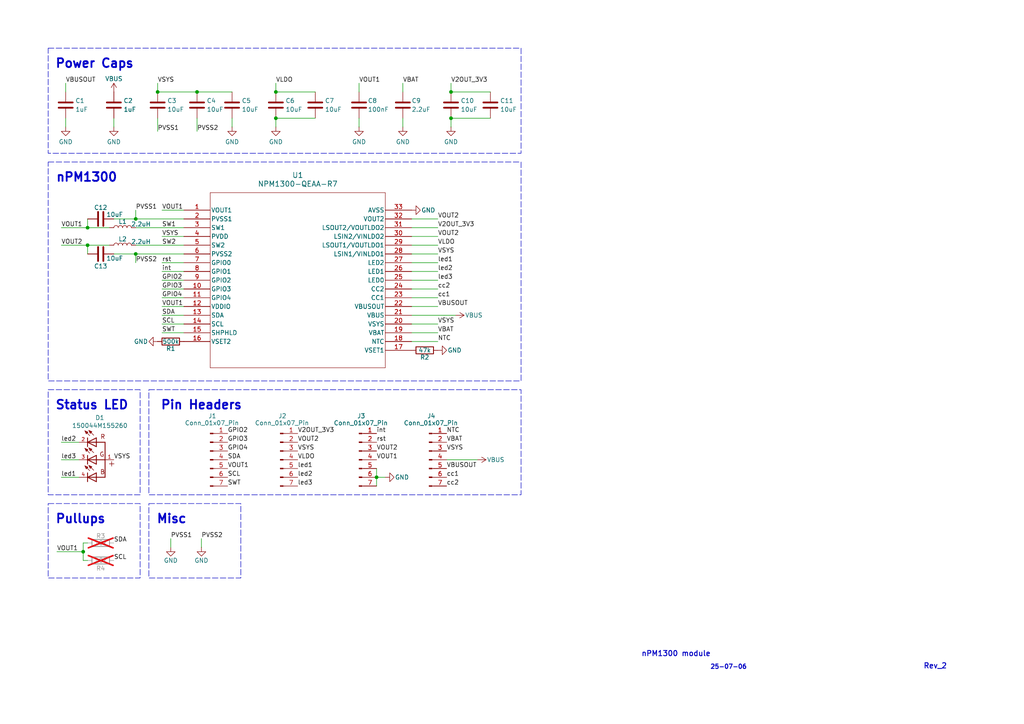
<source format=kicad_sch>
(kicad_sch
	(version 20250114)
	(generator "eeschema")
	(generator_version "9.0")
	(uuid "06163e19-7be0-459e-847b-445b5b7a177f")
	(paper "A4")
	(lib_symbols
		(symbol "150044M155260:150044M155260"
			(pin_names
				(offset 1.016)
			)
			(exclude_from_sim no)
			(in_bom yes)
			(on_board yes)
			(property "Reference" "D"
				(at -0.47 9.442 0)
				(effects
					(font
						(size 1.27 1.27)
					)
					(justify bottom)
				)
			)
			(property "Value" "150044M155260"
				(at -1.75 -8.328 0)
				(effects
					(font
						(size 1.27 1.27)
					)
					(justify bottom)
				)
			)
			(property "Footprint" "150044M155260:150044M155260"
				(at 0 0 0)
				(effects
					(font
						(size 1.27 1.27)
					)
					(justify bottom)
					(hide yes)
				)
			)
			(property "Datasheet" ""
				(at 0 0 0)
				(effects
					(font
						(size 1.27 1.27)
					)
					(hide yes)
				)
			)
			(property "Description" ""
				(at 0 0 0)
				(effects
					(font
						(size 1.27 1.27)
					)
					(hide yes)
				)
			)
			(symbol "150044M155260_0_0"
				(polyline
					(pts
						(xy -3.302 8.382) (xy -2.413 8.001) (xy -2.921 7.493) (xy -3.302 8.382)
					)
					(stroke
						(width 0.1524)
						(type default)
					)
					(fill
						(type outline)
					)
				)
				(polyline
					(pts
						(xy -3.302 3.302) (xy -2.413 2.921) (xy -2.921 2.413) (xy -3.302 3.302)
					)
					(stroke
						(width 0.1524)
						(type default)
					)
					(fill
						(type outline)
					)
				)
				(polyline
					(pts
						(xy -3.302 -1.778) (xy -2.413 -2.159) (xy -2.921 -2.667) (xy -3.302 -1.778)
					)
					(stroke
						(width 0.1524)
						(type default)
					)
					(fill
						(type outline)
					)
				)
				(polyline
					(pts
						(xy -2.54 5.08) (xy 0 6.35)
					)
					(stroke
						(width 0.254)
						(type default)
					)
					(fill
						(type none)
					)
				)
				(polyline
					(pts
						(xy -2.54 5.08) (xy 2.54 5.08)
					)
					(stroke
						(width 0.254)
						(type default)
					)
					(fill
						(type none)
					)
				)
				(polyline
					(pts
						(xy -2.54 3.81) (xy -2.54 6.35)
					)
					(stroke
						(width 0.254)
						(type default)
					)
					(fill
						(type none)
					)
				)
				(polyline
					(pts
						(xy -2.54 0) (xy 0 1.27)
					)
					(stroke
						(width 0.254)
						(type default)
					)
					(fill
						(type none)
					)
				)
				(polyline
					(pts
						(xy -2.54 0) (xy 2.54 0)
					)
					(stroke
						(width 0.254)
						(type default)
					)
					(fill
						(type none)
					)
				)
				(polyline
					(pts
						(xy -2.54 -1.27) (xy -2.54 1.27)
					)
					(stroke
						(width 0.254)
						(type default)
					)
					(fill
						(type none)
					)
				)
				(polyline
					(pts
						(xy -2.54 -5.08) (xy 0 -3.81)
					)
					(stroke
						(width 0.254)
						(type default)
					)
					(fill
						(type none)
					)
				)
				(polyline
					(pts
						(xy -2.54 -5.08) (xy 2.54 -5.08)
					)
					(stroke
						(width 0.254)
						(type default)
					)
					(fill
						(type none)
					)
				)
				(polyline
					(pts
						(xy -2.54 -6.35) (xy -2.54 -3.81)
					)
					(stroke
						(width 0.254)
						(type default)
					)
					(fill
						(type none)
					)
				)
				(polyline
					(pts
						(xy -2.159 8.509) (xy -1.27 8.128) (xy -1.778 7.62) (xy -2.159 8.509)
					)
					(stroke
						(width 0.1524)
						(type default)
					)
					(fill
						(type outline)
					)
				)
				(polyline
					(pts
						(xy -2.159 3.429) (xy -1.27 3.048) (xy -1.778 2.54) (xy -2.159 3.429)
					)
					(stroke
						(width 0.1524)
						(type default)
					)
					(fill
						(type outline)
					)
				)
				(polyline
					(pts
						(xy -2.159 -1.651) (xy -1.27 -2.032) (xy -1.778 -2.54) (xy -2.159 -1.651)
					)
					(stroke
						(width 0.1524)
						(type default)
					)
					(fill
						(type outline)
					)
				)
				(polyline
					(pts
						(xy -1.905 6.985) (xy -3.302 8.382)
					)
					(stroke
						(width 0.1524)
						(type default)
					)
					(fill
						(type none)
					)
				)
				(polyline
					(pts
						(xy -1.905 1.905) (xy -3.302 3.302)
					)
					(stroke
						(width 0.1524)
						(type default)
					)
					(fill
						(type none)
					)
				)
				(polyline
					(pts
						(xy -1.905 -3.175) (xy -3.302 -1.778)
					)
					(stroke
						(width 0.1524)
						(type default)
					)
					(fill
						(type none)
					)
				)
				(polyline
					(pts
						(xy -0.762 7.112) (xy -2.159 8.509)
					)
					(stroke
						(width 0.1524)
						(type default)
					)
					(fill
						(type none)
					)
				)
				(polyline
					(pts
						(xy -0.762 2.032) (xy -2.159 3.429)
					)
					(stroke
						(width 0.1524)
						(type default)
					)
					(fill
						(type none)
					)
				)
				(polyline
					(pts
						(xy -0.762 -3.048) (xy -2.159 -1.651)
					)
					(stroke
						(width 0.1524)
						(type default)
					)
					(fill
						(type none)
					)
				)
				(polyline
					(pts
						(xy 0 5.08) (xy 0 6.35)
					)
					(stroke
						(width 0.254)
						(type default)
					)
					(fill
						(type none)
					)
				)
				(polyline
					(pts
						(xy 0 3.81) (xy -2.54 5.08)
					)
					(stroke
						(width 0.254)
						(type default)
					)
					(fill
						(type none)
					)
				)
				(polyline
					(pts
						(xy 0 3.81) (xy 0 5.08)
					)
					(stroke
						(width 0.254)
						(type default)
					)
					(fill
						(type none)
					)
				)
				(polyline
					(pts
						(xy 0 0) (xy 0 1.27)
					)
					(stroke
						(width 0.254)
						(type default)
					)
					(fill
						(type none)
					)
				)
				(polyline
					(pts
						(xy 0 -1.27) (xy -2.54 0)
					)
					(stroke
						(width 0.254)
						(type default)
					)
					(fill
						(type none)
					)
				)
				(polyline
					(pts
						(xy 0 -1.27) (xy 0 0)
					)
					(stroke
						(width 0.254)
						(type default)
					)
					(fill
						(type none)
					)
				)
				(polyline
					(pts
						(xy 0 -5.08) (xy 0 -3.81)
					)
					(stroke
						(width 0.254)
						(type default)
					)
					(fill
						(type none)
					)
				)
				(polyline
					(pts
						(xy 0 -6.35) (xy -2.54 -5.08)
					)
					(stroke
						(width 0.254)
						(type default)
					)
					(fill
						(type none)
					)
				)
				(polyline
					(pts
						(xy 0 -6.35) (xy 0 -5.08)
					)
					(stroke
						(width 0.254)
						(type default)
					)
					(fill
						(type none)
					)
				)
				(polyline
					(pts
						(xy 2.54 -5.08) (xy 2.54 5.08)
					)
					(stroke
						(width 0.254)
						(type default)
					)
					(fill
						(type none)
					)
				)
				(text "G"
					(at 0.89 0.83 0)
					(effects
						(font
							(size 1.27 1.27)
						)
						(justify left bottom)
					)
				)
				(text "B"
					(at 1.07 -4.26 0)
					(effects
						(font
							(size 1.27 1.27)
						)
						(justify left bottom)
					)
				)
				(text "R"
					(at 1.14 5.96 0)
					(effects
						(font
							(size 1.27 1.27)
						)
						(justify left bottom)
					)
				)
				(text "+"
					(at 3.26 -2.08 0)
					(effects
						(font
							(size 1.778 1.778)
						)
						(justify left bottom)
					)
				)
				(pin passive line
					(at -5.08 5.08 0)
					(length 2.54)
					(name "~"
						(effects
							(font
								(size 1.016 1.016)
							)
						)
					)
					(number "2"
						(effects
							(font
								(size 1.016 1.016)
							)
						)
					)
				)
				(pin passive line
					(at -5.08 0 0)
					(length 2.54)
					(name "~"
						(effects
							(font
								(size 1.016 1.016)
							)
						)
					)
					(number "3"
						(effects
							(font
								(size 1.016 1.016)
							)
						)
					)
				)
				(pin passive line
					(at -5.08 -5.08 0)
					(length 2.54)
					(name "~"
						(effects
							(font
								(size 1.016 1.016)
							)
						)
					)
					(number "4"
						(effects
							(font
								(size 1.016 1.016)
							)
						)
					)
				)
				(pin passive line
					(at 5.08 0 180)
					(length 2.54)
					(name "~"
						(effects
							(font
								(size 1.016 1.016)
							)
						)
					)
					(number "1"
						(effects
							(font
								(size 1.016 1.016)
							)
						)
					)
				)
			)
			(embedded_fonts no)
		)
		(symbol "Connector:Conn_01x07_Pin"
			(pin_names
				(offset 1.016)
				(hide yes)
			)
			(exclude_from_sim no)
			(in_bom yes)
			(on_board yes)
			(property "Reference" "J"
				(at 0 10.16 0)
				(effects
					(font
						(size 1.27 1.27)
					)
				)
			)
			(property "Value" "Conn_01x07_Pin"
				(at 0 -10.16 0)
				(effects
					(font
						(size 1.27 1.27)
					)
				)
			)
			(property "Footprint" ""
				(at 0 0 0)
				(effects
					(font
						(size 1.27 1.27)
					)
					(hide yes)
				)
			)
			(property "Datasheet" "~"
				(at 0 0 0)
				(effects
					(font
						(size 1.27 1.27)
					)
					(hide yes)
				)
			)
			(property "Description" "Generic connector, single row, 01x07, script generated"
				(at 0 0 0)
				(effects
					(font
						(size 1.27 1.27)
					)
					(hide yes)
				)
			)
			(property "ki_locked" ""
				(at 0 0 0)
				(effects
					(font
						(size 1.27 1.27)
					)
				)
			)
			(property "ki_keywords" "connector"
				(at 0 0 0)
				(effects
					(font
						(size 1.27 1.27)
					)
					(hide yes)
				)
			)
			(property "ki_fp_filters" "Connector*:*_1x??_*"
				(at 0 0 0)
				(effects
					(font
						(size 1.27 1.27)
					)
					(hide yes)
				)
			)
			(symbol "Conn_01x07_Pin_1_1"
				(rectangle
					(start 0.8636 7.747)
					(end 0 7.493)
					(stroke
						(width 0.1524)
						(type default)
					)
					(fill
						(type outline)
					)
				)
				(rectangle
					(start 0.8636 5.207)
					(end 0 4.953)
					(stroke
						(width 0.1524)
						(type default)
					)
					(fill
						(type outline)
					)
				)
				(rectangle
					(start 0.8636 2.667)
					(end 0 2.413)
					(stroke
						(width 0.1524)
						(type default)
					)
					(fill
						(type outline)
					)
				)
				(rectangle
					(start 0.8636 0.127)
					(end 0 -0.127)
					(stroke
						(width 0.1524)
						(type default)
					)
					(fill
						(type outline)
					)
				)
				(rectangle
					(start 0.8636 -2.413)
					(end 0 -2.667)
					(stroke
						(width 0.1524)
						(type default)
					)
					(fill
						(type outline)
					)
				)
				(rectangle
					(start 0.8636 -4.953)
					(end 0 -5.207)
					(stroke
						(width 0.1524)
						(type default)
					)
					(fill
						(type outline)
					)
				)
				(rectangle
					(start 0.8636 -7.493)
					(end 0 -7.747)
					(stroke
						(width 0.1524)
						(type default)
					)
					(fill
						(type outline)
					)
				)
				(polyline
					(pts
						(xy 1.27 7.62) (xy 0.8636 7.62)
					)
					(stroke
						(width 0.1524)
						(type default)
					)
					(fill
						(type none)
					)
				)
				(polyline
					(pts
						(xy 1.27 5.08) (xy 0.8636 5.08)
					)
					(stroke
						(width 0.1524)
						(type default)
					)
					(fill
						(type none)
					)
				)
				(polyline
					(pts
						(xy 1.27 2.54) (xy 0.8636 2.54)
					)
					(stroke
						(width 0.1524)
						(type default)
					)
					(fill
						(type none)
					)
				)
				(polyline
					(pts
						(xy 1.27 0) (xy 0.8636 0)
					)
					(stroke
						(width 0.1524)
						(type default)
					)
					(fill
						(type none)
					)
				)
				(polyline
					(pts
						(xy 1.27 -2.54) (xy 0.8636 -2.54)
					)
					(stroke
						(width 0.1524)
						(type default)
					)
					(fill
						(type none)
					)
				)
				(polyline
					(pts
						(xy 1.27 -5.08) (xy 0.8636 -5.08)
					)
					(stroke
						(width 0.1524)
						(type default)
					)
					(fill
						(type none)
					)
				)
				(polyline
					(pts
						(xy 1.27 -7.62) (xy 0.8636 -7.62)
					)
					(stroke
						(width 0.1524)
						(type default)
					)
					(fill
						(type none)
					)
				)
				(pin passive line
					(at 5.08 7.62 180)
					(length 3.81)
					(name "Pin_1"
						(effects
							(font
								(size 1.27 1.27)
							)
						)
					)
					(number "1"
						(effects
							(font
								(size 1.27 1.27)
							)
						)
					)
				)
				(pin passive line
					(at 5.08 5.08 180)
					(length 3.81)
					(name "Pin_2"
						(effects
							(font
								(size 1.27 1.27)
							)
						)
					)
					(number "2"
						(effects
							(font
								(size 1.27 1.27)
							)
						)
					)
				)
				(pin passive line
					(at 5.08 2.54 180)
					(length 3.81)
					(name "Pin_3"
						(effects
							(font
								(size 1.27 1.27)
							)
						)
					)
					(number "3"
						(effects
							(font
								(size 1.27 1.27)
							)
						)
					)
				)
				(pin passive line
					(at 5.08 0 180)
					(length 3.81)
					(name "Pin_4"
						(effects
							(font
								(size 1.27 1.27)
							)
						)
					)
					(number "4"
						(effects
							(font
								(size 1.27 1.27)
							)
						)
					)
				)
				(pin passive line
					(at 5.08 -2.54 180)
					(length 3.81)
					(name "Pin_5"
						(effects
							(font
								(size 1.27 1.27)
							)
						)
					)
					(number "5"
						(effects
							(font
								(size 1.27 1.27)
							)
						)
					)
				)
				(pin passive line
					(at 5.08 -5.08 180)
					(length 3.81)
					(name "Pin_6"
						(effects
							(font
								(size 1.27 1.27)
							)
						)
					)
					(number "6"
						(effects
							(font
								(size 1.27 1.27)
							)
						)
					)
				)
				(pin passive line
					(at 5.08 -7.62 180)
					(length 3.81)
					(name "Pin_7"
						(effects
							(font
								(size 1.27 1.27)
							)
						)
					)
					(number "7"
						(effects
							(font
								(size 1.27 1.27)
							)
						)
					)
				)
			)
			(embedded_fonts no)
		)
		(symbol "Device:C"
			(pin_numbers
				(hide yes)
			)
			(pin_names
				(offset 0.254)
			)
			(exclude_from_sim no)
			(in_bom yes)
			(on_board yes)
			(property "Reference" "C"
				(at 0.635 2.54 0)
				(effects
					(font
						(size 1.27 1.27)
					)
					(justify left)
				)
			)
			(property "Value" "C"
				(at 0.635 -2.54 0)
				(effects
					(font
						(size 1.27 1.27)
					)
					(justify left)
				)
			)
			(property "Footprint" ""
				(at 0.9652 -3.81 0)
				(effects
					(font
						(size 1.27 1.27)
					)
					(hide yes)
				)
			)
			(property "Datasheet" "~"
				(at 0 0 0)
				(effects
					(font
						(size 1.27 1.27)
					)
					(hide yes)
				)
			)
			(property "Description" "Unpolarized capacitor"
				(at 0 0 0)
				(effects
					(font
						(size 1.27 1.27)
					)
					(hide yes)
				)
			)
			(property "ki_keywords" "cap capacitor"
				(at 0 0 0)
				(effects
					(font
						(size 1.27 1.27)
					)
					(hide yes)
				)
			)
			(property "ki_fp_filters" "C_*"
				(at 0 0 0)
				(effects
					(font
						(size 1.27 1.27)
					)
					(hide yes)
				)
			)
			(symbol "C_0_1"
				(polyline
					(pts
						(xy -2.032 0.762) (xy 2.032 0.762)
					)
					(stroke
						(width 0.508)
						(type default)
					)
					(fill
						(type none)
					)
				)
				(polyline
					(pts
						(xy -2.032 -0.762) (xy 2.032 -0.762)
					)
					(stroke
						(width 0.508)
						(type default)
					)
					(fill
						(type none)
					)
				)
			)
			(symbol "C_1_1"
				(pin passive line
					(at 0 3.81 270)
					(length 2.794)
					(name "~"
						(effects
							(font
								(size 1.27 1.27)
							)
						)
					)
					(number "1"
						(effects
							(font
								(size 1.27 1.27)
							)
						)
					)
				)
				(pin passive line
					(at 0 -3.81 90)
					(length 2.794)
					(name "~"
						(effects
							(font
								(size 1.27 1.27)
							)
						)
					)
					(number "2"
						(effects
							(font
								(size 1.27 1.27)
							)
						)
					)
				)
			)
			(embedded_fonts no)
		)
		(symbol "Device:L"
			(pin_numbers
				(hide yes)
			)
			(pin_names
				(offset 1.016)
				(hide yes)
			)
			(exclude_from_sim no)
			(in_bom yes)
			(on_board yes)
			(property "Reference" "L"
				(at -1.27 0 90)
				(effects
					(font
						(size 1.27 1.27)
					)
				)
			)
			(property "Value" "L"
				(at 1.905 0 90)
				(effects
					(font
						(size 1.27 1.27)
					)
				)
			)
			(property "Footprint" ""
				(at 0 0 0)
				(effects
					(font
						(size 1.27 1.27)
					)
					(hide yes)
				)
			)
			(property "Datasheet" "~"
				(at 0 0 0)
				(effects
					(font
						(size 1.27 1.27)
					)
					(hide yes)
				)
			)
			(property "Description" "Inductor"
				(at 0 0 0)
				(effects
					(font
						(size 1.27 1.27)
					)
					(hide yes)
				)
			)
			(property "ki_keywords" "inductor choke coil reactor magnetic"
				(at 0 0 0)
				(effects
					(font
						(size 1.27 1.27)
					)
					(hide yes)
				)
			)
			(property "ki_fp_filters" "Choke_* *Coil* Inductor_* L_*"
				(at 0 0 0)
				(effects
					(font
						(size 1.27 1.27)
					)
					(hide yes)
				)
			)
			(symbol "L_0_1"
				(arc
					(start 0 2.54)
					(mid 0.6323 1.905)
					(end 0 1.27)
					(stroke
						(width 0)
						(type default)
					)
					(fill
						(type none)
					)
				)
				(arc
					(start 0 1.27)
					(mid 0.6323 0.635)
					(end 0 0)
					(stroke
						(width 0)
						(type default)
					)
					(fill
						(type none)
					)
				)
				(arc
					(start 0 0)
					(mid 0.6323 -0.635)
					(end 0 -1.27)
					(stroke
						(width 0)
						(type default)
					)
					(fill
						(type none)
					)
				)
				(arc
					(start 0 -1.27)
					(mid 0.6323 -1.905)
					(end 0 -2.54)
					(stroke
						(width 0)
						(type default)
					)
					(fill
						(type none)
					)
				)
			)
			(symbol "L_1_1"
				(pin passive line
					(at 0 3.81 270)
					(length 1.27)
					(name "1"
						(effects
							(font
								(size 1.27 1.27)
							)
						)
					)
					(number "1"
						(effects
							(font
								(size 1.27 1.27)
							)
						)
					)
				)
				(pin passive line
					(at 0 -3.81 90)
					(length 1.27)
					(name "2"
						(effects
							(font
								(size 1.27 1.27)
							)
						)
					)
					(number "2"
						(effects
							(font
								(size 1.27 1.27)
							)
						)
					)
				)
			)
			(embedded_fonts no)
		)
		(symbol "Device:R"
			(pin_numbers
				(hide yes)
			)
			(pin_names
				(offset 0)
			)
			(exclude_from_sim no)
			(in_bom yes)
			(on_board yes)
			(property "Reference" "R"
				(at 2.032 0 90)
				(effects
					(font
						(size 1.27 1.27)
					)
				)
			)
			(property "Value" "R"
				(at 0 0 90)
				(effects
					(font
						(size 1.27 1.27)
					)
				)
			)
			(property "Footprint" ""
				(at -1.778 0 90)
				(effects
					(font
						(size 1.27 1.27)
					)
					(hide yes)
				)
			)
			(property "Datasheet" "~"
				(at 0 0 0)
				(effects
					(font
						(size 1.27 1.27)
					)
					(hide yes)
				)
			)
			(property "Description" "Resistor"
				(at 0 0 0)
				(effects
					(font
						(size 1.27 1.27)
					)
					(hide yes)
				)
			)
			(property "ki_keywords" "R res resistor"
				(at 0 0 0)
				(effects
					(font
						(size 1.27 1.27)
					)
					(hide yes)
				)
			)
			(property "ki_fp_filters" "R_*"
				(at 0 0 0)
				(effects
					(font
						(size 1.27 1.27)
					)
					(hide yes)
				)
			)
			(symbol "R_0_1"
				(rectangle
					(start -1.016 -2.54)
					(end 1.016 2.54)
					(stroke
						(width 0.254)
						(type default)
					)
					(fill
						(type none)
					)
				)
			)
			(symbol "R_1_1"
				(pin passive line
					(at 0 3.81 270)
					(length 1.27)
					(name "~"
						(effects
							(font
								(size 1.27 1.27)
							)
						)
					)
					(number "1"
						(effects
							(font
								(size 1.27 1.27)
							)
						)
					)
				)
				(pin passive line
					(at 0 -3.81 90)
					(length 1.27)
					(name "~"
						(effects
							(font
								(size 1.27 1.27)
							)
						)
					)
					(number "2"
						(effects
							(font
								(size 1.27 1.27)
							)
						)
					)
				)
			)
			(embedded_fonts no)
		)
		(symbol "nPM1300:NPM1300-QEAA-R7"
			(pin_names
				(offset 0.254)
			)
			(exclude_from_sim no)
			(in_bom yes)
			(on_board yes)
			(property "Reference" "U"
				(at 33.02 10.16 0)
				(effects
					(font
						(size 1.524 1.524)
					)
				)
			)
			(property "Value" "NPM1300-QEAA-R7"
				(at 33.02 7.62 0)
				(effects
					(font
						(size 1.524 1.524)
					)
				)
			)
			(property "Footprint" "QFN32_5X5_NOR"
				(at 0 0 0)
				(effects
					(font
						(size 1.27 1.27)
						(italic yes)
					)
					(hide yes)
				)
			)
			(property "Datasheet" "NPM1300-QEAA-R7"
				(at 0 0 0)
				(effects
					(font
						(size 1.27 1.27)
						(italic yes)
					)
					(hide yes)
				)
			)
			(property "Description" ""
				(at 0 0 0)
				(effects
					(font
						(size 1.27 1.27)
					)
					(hide yes)
				)
			)
			(property "ki_locked" ""
				(at 0 0 0)
				(effects
					(font
						(size 1.27 1.27)
					)
				)
			)
			(property "ki_keywords" "NPM1300-QEAA-R7"
				(at 0 0 0)
				(effects
					(font
						(size 1.27 1.27)
					)
					(hide yes)
				)
			)
			(property "ki_fp_filters" "QFN32_5X5_NOR QFN32_5X5_NOR-M QFN32_5X5_NOR-L"
				(at 0 0 0)
				(effects
					(font
						(size 1.27 1.27)
					)
					(hide yes)
				)
			)
			(symbol "NPM1300-QEAA-R7_0_1"
				(polyline
					(pts
						(xy 7.62 5.08) (xy 7.62 -45.72)
					)
					(stroke
						(width 0.127)
						(type default)
					)
					(fill
						(type none)
					)
				)
				(polyline
					(pts
						(xy 7.62 -45.72) (xy 58.42 -45.72)
					)
					(stroke
						(width 0.127)
						(type default)
					)
					(fill
						(type none)
					)
				)
				(polyline
					(pts
						(xy 58.42 5.08) (xy 7.62 5.08)
					)
					(stroke
						(width 0.127)
						(type default)
					)
					(fill
						(type none)
					)
				)
				(polyline
					(pts
						(xy 58.42 -45.72) (xy 58.42 5.08)
					)
					(stroke
						(width 0.127)
						(type default)
					)
					(fill
						(type none)
					)
				)
				(pin power_in line
					(at 0 0 0)
					(length 7.62)
					(name "VOUT1"
						(effects
							(font
								(size 1.27 1.27)
							)
						)
					)
					(number "1"
						(effects
							(font
								(size 1.27 1.27)
							)
						)
					)
				)
				(pin power_out line
					(at 0 -2.54 0)
					(length 7.62)
					(name "PVSS1"
						(effects
							(font
								(size 1.27 1.27)
							)
						)
					)
					(number "2"
						(effects
							(font
								(size 1.27 1.27)
							)
						)
					)
				)
				(pin power_in line
					(at 0 -5.08 0)
					(length 7.62)
					(name "SW1"
						(effects
							(font
								(size 1.27 1.27)
							)
						)
					)
					(number "3"
						(effects
							(font
								(size 1.27 1.27)
							)
						)
					)
				)
				(pin power_in line
					(at 0 -7.62 0)
					(length 7.62)
					(name "PVDD"
						(effects
							(font
								(size 1.27 1.27)
							)
						)
					)
					(number "4"
						(effects
							(font
								(size 1.27 1.27)
							)
						)
					)
				)
				(pin power_in line
					(at 0 -10.16 0)
					(length 7.62)
					(name "SW2"
						(effects
							(font
								(size 1.27 1.27)
							)
						)
					)
					(number "5"
						(effects
							(font
								(size 1.27 1.27)
							)
						)
					)
				)
				(pin power_out line
					(at 0 -12.7 0)
					(length 7.62)
					(name "PVSS2"
						(effects
							(font
								(size 1.27 1.27)
							)
						)
					)
					(number "6"
						(effects
							(font
								(size 1.27 1.27)
							)
						)
					)
				)
				(pin bidirectional line
					(at 0 -15.24 0)
					(length 7.62)
					(name "GPIO0"
						(effects
							(font
								(size 1.27 1.27)
							)
						)
					)
					(number "7"
						(effects
							(font
								(size 1.27 1.27)
							)
						)
					)
				)
				(pin bidirectional line
					(at 0 -17.78 0)
					(length 7.62)
					(name "GPIO1"
						(effects
							(font
								(size 1.27 1.27)
							)
						)
					)
					(number "8"
						(effects
							(font
								(size 1.27 1.27)
							)
						)
					)
				)
				(pin bidirectional line
					(at 0 -20.32 0)
					(length 7.62)
					(name "GPIO2"
						(effects
							(font
								(size 1.27 1.27)
							)
						)
					)
					(number "9"
						(effects
							(font
								(size 1.27 1.27)
							)
						)
					)
				)
				(pin bidirectional line
					(at 0 -22.86 0)
					(length 7.62)
					(name "GPIO3"
						(effects
							(font
								(size 1.27 1.27)
							)
						)
					)
					(number "10"
						(effects
							(font
								(size 1.27 1.27)
							)
						)
					)
				)
				(pin bidirectional line
					(at 0 -25.4 0)
					(length 7.62)
					(name "GPIO4"
						(effects
							(font
								(size 1.27 1.27)
							)
						)
					)
					(number "11"
						(effects
							(font
								(size 1.27 1.27)
							)
						)
					)
				)
				(pin power_in line
					(at 0 -27.94 0)
					(length 7.62)
					(name "VDDIO"
						(effects
							(font
								(size 1.27 1.27)
							)
						)
					)
					(number "12"
						(effects
							(font
								(size 1.27 1.27)
							)
						)
					)
				)
				(pin bidirectional line
					(at 0 -30.48 0)
					(length 7.62)
					(name "SDA"
						(effects
							(font
								(size 1.27 1.27)
							)
						)
					)
					(number "13"
						(effects
							(font
								(size 1.27 1.27)
							)
						)
					)
				)
				(pin input line
					(at 0 -33.02 0)
					(length 7.62)
					(name "SCL"
						(effects
							(font
								(size 1.27 1.27)
							)
						)
					)
					(number "14"
						(effects
							(font
								(size 1.27 1.27)
							)
						)
					)
				)
				(pin input line
					(at 0 -35.56 0)
					(length 7.62)
					(name "SHPHLD"
						(effects
							(font
								(size 1.27 1.27)
							)
						)
					)
					(number "15"
						(effects
							(font
								(size 1.27 1.27)
							)
						)
					)
				)
				(pin unspecified line
					(at 0 -38.1 0)
					(length 7.62)
					(name "VSET2"
						(effects
							(font
								(size 1.27 1.27)
							)
						)
					)
					(number "16"
						(effects
							(font
								(size 1.27 1.27)
							)
						)
					)
				)
				(pin power_out line
					(at 66.04 0 180)
					(length 7.62)
					(name "AVSS"
						(effects
							(font
								(size 1.27 1.27)
							)
						)
					)
					(number "33"
						(effects
							(font
								(size 1.27 1.27)
							)
						)
					)
				)
				(pin power_in line
					(at 66.04 -2.54 180)
					(length 7.62)
					(name "VOUT2"
						(effects
							(font
								(size 1.27 1.27)
							)
						)
					)
					(number "32"
						(effects
							(font
								(size 1.27 1.27)
							)
						)
					)
				)
				(pin power_in line
					(at 66.04 -5.08 180)
					(length 7.62)
					(name "LSOUT2/VOUTLDO2"
						(effects
							(font
								(size 1.27 1.27)
							)
						)
					)
					(number "31"
						(effects
							(font
								(size 1.27 1.27)
							)
						)
					)
				)
				(pin power_in line
					(at 66.04 -7.62 180)
					(length 7.62)
					(name "LSIN2/VINLDO2"
						(effects
							(font
								(size 1.27 1.27)
							)
						)
					)
					(number "30"
						(effects
							(font
								(size 1.27 1.27)
							)
						)
					)
				)
				(pin power_in line
					(at 66.04 -10.16 180)
					(length 7.62)
					(name "LSOUT1/VOUTLDO1"
						(effects
							(font
								(size 1.27 1.27)
							)
						)
					)
					(number "29"
						(effects
							(font
								(size 1.27 1.27)
							)
						)
					)
				)
				(pin power_in line
					(at 66.04 -12.7 180)
					(length 7.62)
					(name "LSIN1/VINLDO1"
						(effects
							(font
								(size 1.27 1.27)
							)
						)
					)
					(number "28"
						(effects
							(font
								(size 1.27 1.27)
							)
						)
					)
				)
				(pin unspecified line
					(at 66.04 -15.24 180)
					(length 7.62)
					(name "LED2"
						(effects
							(font
								(size 1.27 1.27)
							)
						)
					)
					(number "27"
						(effects
							(font
								(size 1.27 1.27)
							)
						)
					)
				)
				(pin unspecified line
					(at 66.04 -17.78 180)
					(length 7.62)
					(name "LED1"
						(effects
							(font
								(size 1.27 1.27)
							)
						)
					)
					(number "26"
						(effects
							(font
								(size 1.27 1.27)
							)
						)
					)
				)
				(pin unspecified line
					(at 66.04 -20.32 180)
					(length 7.62)
					(name "LED0"
						(effects
							(font
								(size 1.27 1.27)
							)
						)
					)
					(number "25"
						(effects
							(font
								(size 1.27 1.27)
							)
						)
					)
				)
				(pin unspecified line
					(at 66.04 -22.86 180)
					(length 7.62)
					(name "CC2"
						(effects
							(font
								(size 1.27 1.27)
							)
						)
					)
					(number "24"
						(effects
							(font
								(size 1.27 1.27)
							)
						)
					)
				)
				(pin unspecified line
					(at 66.04 -25.4 180)
					(length 7.62)
					(name "CC1"
						(effects
							(font
								(size 1.27 1.27)
							)
						)
					)
					(number "23"
						(effects
							(font
								(size 1.27 1.27)
							)
						)
					)
				)
				(pin unspecified line
					(at 66.04 -27.94 180)
					(length 7.62)
					(name "VBUSOUT"
						(effects
							(font
								(size 1.27 1.27)
							)
						)
					)
					(number "22"
						(effects
							(font
								(size 1.27 1.27)
							)
						)
					)
				)
				(pin power_in line
					(at 66.04 -30.48 180)
					(length 7.62)
					(name "VBUS"
						(effects
							(font
								(size 1.27 1.27)
							)
						)
					)
					(number "21"
						(effects
							(font
								(size 1.27 1.27)
							)
						)
					)
				)
				(pin power_in line
					(at 66.04 -33.02 180)
					(length 7.62)
					(name "VSYS"
						(effects
							(font
								(size 1.27 1.27)
							)
						)
					)
					(number "20"
						(effects
							(font
								(size 1.27 1.27)
							)
						)
					)
				)
				(pin power_in line
					(at 66.04 -35.56 180)
					(length 7.62)
					(name "VBAT"
						(effects
							(font
								(size 1.27 1.27)
							)
						)
					)
					(number "19"
						(effects
							(font
								(size 1.27 1.27)
							)
						)
					)
				)
				(pin unspecified line
					(at 66.04 -38.1 180)
					(length 7.62)
					(name "NTC"
						(effects
							(font
								(size 1.27 1.27)
							)
						)
					)
					(number "18"
						(effects
							(font
								(size 1.27 1.27)
							)
						)
					)
				)
				(pin unspecified line
					(at 66.04 -40.64 180)
					(length 7.62)
					(name "VSET1"
						(effects
							(font
								(size 1.27 1.27)
							)
						)
					)
					(number "17"
						(effects
							(font
								(size 1.27 1.27)
							)
						)
					)
				)
			)
			(embedded_fonts no)
		)
		(symbol "power:GND"
			(power)
			(pin_numbers
				(hide yes)
			)
			(pin_names
				(offset 0)
				(hide yes)
			)
			(exclude_from_sim no)
			(in_bom yes)
			(on_board yes)
			(property "Reference" "#PWR"
				(at 0 -6.35 0)
				(effects
					(font
						(size 1.27 1.27)
					)
					(hide yes)
				)
			)
			(property "Value" "GND"
				(at 0 -3.81 0)
				(effects
					(font
						(size 1.27 1.27)
					)
				)
			)
			(property "Footprint" ""
				(at 0 0 0)
				(effects
					(font
						(size 1.27 1.27)
					)
					(hide yes)
				)
			)
			(property "Datasheet" ""
				(at 0 0 0)
				(effects
					(font
						(size 1.27 1.27)
					)
					(hide yes)
				)
			)
			(property "Description" "Power symbol creates a global label with name \"GND\" , ground"
				(at 0 0 0)
				(effects
					(font
						(size 1.27 1.27)
					)
					(hide yes)
				)
			)
			(property "ki_keywords" "global power"
				(at 0 0 0)
				(effects
					(font
						(size 1.27 1.27)
					)
					(hide yes)
				)
			)
			(symbol "GND_0_1"
				(polyline
					(pts
						(xy 0 0) (xy 0 -1.27) (xy 1.27 -1.27) (xy 0 -2.54) (xy -1.27 -1.27) (xy 0 -1.27)
					)
					(stroke
						(width 0)
						(type default)
					)
					(fill
						(type none)
					)
				)
			)
			(symbol "GND_1_1"
				(pin power_in line
					(at 0 0 270)
					(length 0)
					(name "~"
						(effects
							(font
								(size 1.27 1.27)
							)
						)
					)
					(number "1"
						(effects
							(font
								(size 1.27 1.27)
							)
						)
					)
				)
			)
			(embedded_fonts no)
		)
		(symbol "power:VBUS"
			(power)
			(pin_numbers
				(hide yes)
			)
			(pin_names
				(offset 0)
				(hide yes)
			)
			(exclude_from_sim no)
			(in_bom yes)
			(on_board yes)
			(property "Reference" "#PWR"
				(at 0 -3.81 0)
				(effects
					(font
						(size 1.27 1.27)
					)
					(hide yes)
				)
			)
			(property "Value" "VBUS"
				(at 0 3.556 0)
				(effects
					(font
						(size 1.27 1.27)
					)
				)
			)
			(property "Footprint" ""
				(at 0 0 0)
				(effects
					(font
						(size 1.27 1.27)
					)
					(hide yes)
				)
			)
			(property "Datasheet" ""
				(at 0 0 0)
				(effects
					(font
						(size 1.27 1.27)
					)
					(hide yes)
				)
			)
			(property "Description" "Power symbol creates a global label with name \"VBUS\""
				(at 0 0 0)
				(effects
					(font
						(size 1.27 1.27)
					)
					(hide yes)
				)
			)
			(property "ki_keywords" "global power"
				(at 0 0 0)
				(effects
					(font
						(size 1.27 1.27)
					)
					(hide yes)
				)
			)
			(symbol "VBUS_0_1"
				(polyline
					(pts
						(xy -0.762 1.27) (xy 0 2.54)
					)
					(stroke
						(width 0)
						(type default)
					)
					(fill
						(type none)
					)
				)
				(polyline
					(pts
						(xy 0 2.54) (xy 0.762 1.27)
					)
					(stroke
						(width 0)
						(type default)
					)
					(fill
						(type none)
					)
				)
				(polyline
					(pts
						(xy 0 0) (xy 0 2.54)
					)
					(stroke
						(width 0)
						(type default)
					)
					(fill
						(type none)
					)
				)
			)
			(symbol "VBUS_1_1"
				(pin power_in line
					(at 0 0 90)
					(length 0)
					(name "~"
						(effects
							(font
								(size 1.27 1.27)
							)
						)
					)
					(number "1"
						(effects
							(font
								(size 1.27 1.27)
							)
						)
					)
				)
			)
			(embedded_fonts no)
		)
	)
	(rectangle
		(start 13.97 146.05)
		(end 40.64 167.64)
		(stroke
			(width 0)
			(type dash)
		)
		(fill
			(type none)
		)
		(uuid 0f278a19-f4f3-47ac-8ced-9313a3b10440)
	)
	(rectangle
		(start 13.97 46.99)
		(end 151.13 110.49)
		(stroke
			(width 0)
			(type dash)
		)
		(fill
			(type none)
		)
		(uuid 2d41bfdf-ecb3-432d-a72f-dd5f52136d28)
	)
	(rectangle
		(start 43.18 146.05)
		(end 69.85 167.64)
		(stroke
			(width 0)
			(type dash)
		)
		(fill
			(type none)
		)
		(uuid 616eca43-39f2-427a-87e3-cafe7922ca5b)
	)
	(rectangle
		(start 43.18 113.03)
		(end 151.13 143.51)
		(stroke
			(width 0)
			(type dash)
		)
		(fill
			(type none)
		)
		(uuid 98be3946-6f19-4336-9ec0-81927274091a)
	)
	(rectangle
		(start 13.97 13.97)
		(end 151.13 44.45)
		(stroke
			(width 0)
			(type dash)
		)
		(fill
			(type none)
		)
		(uuid b50e4755-d076-49ad-90f7-fb9b93c4d1fb)
	)
	(rectangle
		(start 13.97 113.03)
		(end 40.64 143.51)
		(stroke
			(width 0)
			(type dash)
		)
		(fill
			(type none)
		)
		(uuid dad4a2c8-690c-498d-bc0f-3484d9623aac)
	)
	(text "Power Caps"
		(exclude_from_sim no)
		(at 27.432 18.542 0)
		(effects
			(font
				(size 2.54 2.54)
				(thickness 0.508)
				(bold yes)
			)
		)
		(uuid "09e6ef7e-088d-4235-b975-11c8304e0afd")
	)
	(text "Pin Headers"
		(exclude_from_sim no)
		(at 58.42 117.602 0)
		(effects
			(font
				(size 2.54 2.54)
				(thickness 0.508)
				(bold yes)
			)
		)
		(uuid "0a23796c-50cb-4f95-89f6-25afd4c660ec")
	)
	(text "Pullups"
		(exclude_from_sim no)
		(at 23.368 150.622 0)
		(effects
			(font
				(size 2.54 2.54)
				(thickness 0.508)
				(bold yes)
			)
		)
		(uuid "530e2f0d-11f1-4100-9032-a037707b3465")
	)
	(text "Status LED"
		(exclude_from_sim no)
		(at 26.67 117.602 0)
		(effects
			(font
				(size 2.54 2.54)
				(thickness 0.508)
				(bold yes)
			)
		)
		(uuid "731fec2e-6039-48a5-ba8a-1bffe58cf4fb")
	)
	(text "25-07-06"
		(exclude_from_sim no)
		(at 211.328 193.548 0)
		(effects
			(font
				(size 1.27 1.27)
				(thickness 0.254)
				(bold yes)
			)
		)
		(uuid "8b3237b5-b2f0-445f-8f42-1f08508cf80b")
	)
	(text "nPM1300 module"
		(exclude_from_sim no)
		(at 196.088 189.738 0)
		(effects
			(font
				(size 1.524 1.524)
				(thickness 0.254)
				(bold yes)
			)
		)
		(uuid "97fa66f9-77d1-4c2f-8876-5b6b53f49c98")
	)
	(text "Misc"
		(exclude_from_sim no)
		(at 49.784 150.622 0)
		(effects
			(font
				(size 2.54 2.54)
				(thickness 0.508)
				(bold yes)
			)
		)
		(uuid "bf471db4-22d9-4f1c-83ed-8636069eede1")
	)
	(text "Rev_2"
		(exclude_from_sim no)
		(at 271.272 193.294 0)
		(effects
			(font
				(size 1.524 1.524)
				(thickness 0.254)
				(bold yes)
			)
		)
		(uuid "c7e769a3-bef4-44ba-b491-8351b7b5d6dd")
	)
	(text "nPM1300"
		(exclude_from_sim no)
		(at 25.146 51.562 0)
		(effects
			(font
				(size 2.54 2.54)
				(thickness 0.508)
				(bold yes)
			)
		)
		(uuid "e8102f3c-a3ce-441a-b1a3-e0e10689659e")
	)
	(junction
		(at 25.4 66.04)
		(diameter 0)
		(color 0 0 0 0)
		(uuid "119808da-70a5-40ce-ab50-76697fa33a52")
	)
	(junction
		(at 39.37 73.66)
		(diameter 0)
		(color 0 0 0 0)
		(uuid "930a540b-1db2-4362-8c2a-194504cc8b78")
	)
	(junction
		(at 24.13 160.02)
		(diameter 0)
		(color 0 0 0 0)
		(uuid "a502f76d-f9e2-4c3c-a23f-aef6e60242cd")
	)
	(junction
		(at 45.72 26.67)
		(diameter 0)
		(color 0 0 0 0)
		(uuid "ba696264-c018-4ef5-9c46-1f71abc60404")
	)
	(junction
		(at 80.01 34.29)
		(diameter 0)
		(color 0 0 0 0)
		(uuid "badf2c77-647e-4990-835d-5825f2c6c98f")
	)
	(junction
		(at 25.4 71.12)
		(diameter 0)
		(color 0 0 0 0)
		(uuid "c4e9a06c-e7d5-47e2-8d87-74c0a008aa9b")
	)
	(junction
		(at 130.81 34.29)
		(diameter 0)
		(color 0 0 0 0)
		(uuid "cb6167f6-f76b-4fe4-b828-bfdb9da63cb6")
	)
	(junction
		(at 39.37 63.5)
		(diameter 0)
		(color 0 0 0 0)
		(uuid "ccfaeb32-e0d5-4611-8ed6-447beb44cece")
	)
	(junction
		(at 57.15 26.67)
		(diameter 0)
		(color 0 0 0 0)
		(uuid "db5a57f3-0132-43a3-a529-829663a71dfd")
	)
	(junction
		(at 130.81 26.67)
		(diameter 0)
		(color 0 0 0 0)
		(uuid "f3529b67-53bb-47e1-8575-f9a21d970065")
	)
	(junction
		(at 109.22 138.43)
		(diameter 0)
		(color 0 0 0 0)
		(uuid "f7d13870-ddae-4752-9894-beff7429c478")
	)
	(junction
		(at 80.01 26.67)
		(diameter 0)
		(color 0 0 0 0)
		(uuid "fbb95d0a-64f9-4eb8-b08e-0ffd617010b9")
	)
	(wire
		(pts
			(xy 57.15 34.29) (xy 57.15 38.1)
		)
		(stroke
			(width 0)
			(type default)
		)
		(uuid "02cbb57e-a909-47bd-b617-32c3ad837be2")
	)
	(wire
		(pts
			(xy 17.78 66.04) (xy 25.4 66.04)
		)
		(stroke
			(width 0)
			(type default)
		)
		(uuid "09e3f434-cc71-4590-951c-b2b3057388cb")
	)
	(wire
		(pts
			(xy 39.37 66.04) (xy 53.34 66.04)
		)
		(stroke
			(width 0)
			(type default)
		)
		(uuid "0f02d99d-6ec0-4b43-9426-2a9d4aeb5cf4")
	)
	(wire
		(pts
			(xy 24.13 157.48) (xy 24.13 160.02)
		)
		(stroke
			(width 0)
			(type default)
		)
		(uuid "122b85b7-88cd-4aa8-b155-cb45b731329a")
	)
	(wire
		(pts
			(xy 25.4 71.12) (xy 31.75 71.12)
		)
		(stroke
			(width 0)
			(type default)
		)
		(uuid "134fce26-2f91-4a47-848f-40f4fd28cf4f")
	)
	(wire
		(pts
			(xy 132.08 91.44) (xy 119.38 91.44)
		)
		(stroke
			(width 0)
			(type default)
		)
		(uuid "15fc1e84-c247-46d0-b4e3-aa8b09209587")
	)
	(wire
		(pts
			(xy 33.02 34.29) (xy 33.02 36.83)
		)
		(stroke
			(width 0)
			(type default)
		)
		(uuid "1c2b62d6-fd59-40c1-a20f-c32f7cdd5ad9")
	)
	(wire
		(pts
			(xy 45.72 24.13) (xy 45.72 26.67)
		)
		(stroke
			(width 0)
			(type default)
		)
		(uuid "205f5aff-2019-4f40-84ff-647160f4ed74")
	)
	(wire
		(pts
			(xy 80.01 24.13) (xy 80.01 26.67)
		)
		(stroke
			(width 0)
			(type default)
		)
		(uuid "25ea91e7-d2c6-4947-b0fe-a7e3cbc28231")
	)
	(wire
		(pts
			(xy 127 99.06) (xy 119.38 99.06)
		)
		(stroke
			(width 0)
			(type default)
		)
		(uuid "26565e52-4011-4e23-ae11-327ade926a8d")
	)
	(wire
		(pts
			(xy 19.05 24.13) (xy 19.05 26.67)
		)
		(stroke
			(width 0)
			(type default)
		)
		(uuid "28ab641b-82e6-477e-a6c7-ca7f7eff1822")
	)
	(wire
		(pts
			(xy 39.37 60.96) (xy 39.37 63.5)
		)
		(stroke
			(width 0)
			(type default)
		)
		(uuid "2b95620b-c42f-44b1-8a2c-e7c01c43105e")
	)
	(wire
		(pts
			(xy 46.99 91.44) (xy 53.34 91.44)
		)
		(stroke
			(width 0)
			(type default)
		)
		(uuid "2be91c92-3ded-48e8-bb6c-b41644df4f39")
	)
	(wire
		(pts
			(xy 25.4 71.12) (xy 25.4 73.66)
		)
		(stroke
			(width 0)
			(type default)
		)
		(uuid "31788963-1e11-4302-8eae-69ddff85a2aa")
	)
	(wire
		(pts
			(xy 80.01 26.67) (xy 91.44 26.67)
		)
		(stroke
			(width 0)
			(type default)
		)
		(uuid "3f6a76a9-77dc-40ab-8e61-fe307634ac50")
	)
	(wire
		(pts
			(xy 46.99 93.98) (xy 53.34 93.98)
		)
		(stroke
			(width 0)
			(type default)
		)
		(uuid "3f8d290b-7c20-4a38-b5f0-acc86f3c62c7")
	)
	(wire
		(pts
			(xy 39.37 73.66) (xy 53.34 73.66)
		)
		(stroke
			(width 0)
			(type default)
		)
		(uuid "404f036d-8c64-4976-a754-b5109faa9061")
	)
	(wire
		(pts
			(xy 39.37 71.12) (xy 53.34 71.12)
		)
		(stroke
			(width 0)
			(type default)
		)
		(uuid "46fc60a7-5a07-4555-afe5-e73bb63980e0")
	)
	(wire
		(pts
			(xy 67.31 34.29) (xy 67.31 36.83)
		)
		(stroke
			(width 0)
			(type default)
		)
		(uuid "49fb2aed-b779-451b-a1aa-ebccd0ccc7af")
	)
	(wire
		(pts
			(xy 127 96.52) (xy 119.38 96.52)
		)
		(stroke
			(width 0)
			(type default)
		)
		(uuid "4f31b69b-1b90-4c8e-96bd-0deb6bd7b82b")
	)
	(wire
		(pts
			(xy 127 86.36) (xy 119.38 86.36)
		)
		(stroke
			(width 0)
			(type default)
		)
		(uuid "4f5ebf4b-5292-4012-a18c-ede3b713c3c1")
	)
	(wire
		(pts
			(xy 127 63.5) (xy 119.38 63.5)
		)
		(stroke
			(width 0)
			(type default)
		)
		(uuid "50365119-88f8-4380-82fb-78544fb64ae8")
	)
	(wire
		(pts
			(xy 80.01 34.29) (xy 80.01 36.83)
		)
		(stroke
			(width 0)
			(type default)
		)
		(uuid "51732acf-6d9f-4478-8d6e-cafe987512c0")
	)
	(wire
		(pts
			(xy 130.81 26.67) (xy 142.24 26.67)
		)
		(stroke
			(width 0)
			(type default)
		)
		(uuid "51f33b6f-4e9a-411e-b5da-5397a7966f1d")
	)
	(wire
		(pts
			(xy 127 83.82) (xy 119.38 83.82)
		)
		(stroke
			(width 0)
			(type default)
		)
		(uuid "5660b98b-ee2c-42cb-a2cd-5c6a439a594a")
	)
	(wire
		(pts
			(xy 127 66.04) (xy 119.38 66.04)
		)
		(stroke
			(width 0)
			(type default)
		)
		(uuid "571f93f0-f2ae-402a-a3f4-750fa74a2d08")
	)
	(wire
		(pts
			(xy 45.72 38.1) (xy 45.72 34.29)
		)
		(stroke
			(width 0)
			(type default)
		)
		(uuid "583f683f-4c6b-4bb3-8a5c-299fc9063545")
	)
	(wire
		(pts
			(xy 17.78 138.43) (xy 22.86 138.43)
		)
		(stroke
			(width 0)
			(type default)
		)
		(uuid "611e53cc-bebf-4157-ba6a-ceb065af496e")
	)
	(wire
		(pts
			(xy 127 81.28) (xy 119.38 81.28)
		)
		(stroke
			(width 0)
			(type default)
		)
		(uuid "74253200-48de-4117-9b95-9d354f86c665")
	)
	(wire
		(pts
			(xy 109.22 138.43) (xy 111.76 138.43)
		)
		(stroke
			(width 0)
			(type default)
		)
		(uuid "75e5534c-14ce-4079-bab4-2ab75cdfbf76")
	)
	(wire
		(pts
			(xy 127 68.58) (xy 119.38 68.58)
		)
		(stroke
			(width 0)
			(type default)
		)
		(uuid "809937ab-0cc7-4504-b152-73723f81e00d")
	)
	(wire
		(pts
			(xy 46.99 81.28) (xy 53.34 81.28)
		)
		(stroke
			(width 0)
			(type default)
		)
		(uuid "814c6648-440b-4800-b1cc-8aef4f9c0250")
	)
	(wire
		(pts
			(xy 109.22 135.89) (xy 109.22 138.43)
		)
		(stroke
			(width 0)
			(type default)
		)
		(uuid "85e52a5e-dc6e-4ac5-8d86-2112089910f7")
	)
	(wire
		(pts
			(xy 127 93.98) (xy 119.38 93.98)
		)
		(stroke
			(width 0)
			(type default)
		)
		(uuid "894e0388-5891-4da7-8f54-691deefcd19f")
	)
	(wire
		(pts
			(xy 104.14 36.83) (xy 104.14 34.29)
		)
		(stroke
			(width 0)
			(type default)
		)
		(uuid "8a5f8273-7d39-403b-bbb1-444066e44b58")
	)
	(wire
		(pts
			(xy 127 71.12) (xy 119.38 71.12)
		)
		(stroke
			(width 0)
			(type default)
		)
		(uuid "8c7ebb53-3d01-428b-ace3-59fd5536b3b2")
	)
	(wire
		(pts
			(xy 39.37 76.2) (xy 39.37 73.66)
		)
		(stroke
			(width 0)
			(type default)
		)
		(uuid "8d0b9234-a880-40da-a32b-76de0357b089")
	)
	(wire
		(pts
			(xy 24.13 160.02) (xy 16.51 160.02)
		)
		(stroke
			(width 0)
			(type default)
		)
		(uuid "9106a933-1f21-42dd-afdd-2f211551a200")
	)
	(wire
		(pts
			(xy 46.99 78.74) (xy 53.34 78.74)
		)
		(stroke
			(width 0)
			(type default)
		)
		(uuid "92a28068-3614-4617-bbe5-1a0a57f7d41b")
	)
	(wire
		(pts
			(xy 25.4 63.5) (xy 25.4 66.04)
		)
		(stroke
			(width 0)
			(type default)
		)
		(uuid "94e3426e-f52a-4464-baec-68a1c548d655")
	)
	(wire
		(pts
			(xy 46.99 76.2) (xy 53.34 76.2)
		)
		(stroke
			(width 0)
			(type default)
		)
		(uuid "94f729cb-ad9c-4136-bdd1-b4e5ab40f7eb")
	)
	(wire
		(pts
			(xy 24.13 157.48) (xy 25.4 157.48)
		)
		(stroke
			(width 0)
			(type default)
		)
		(uuid "a08519ee-5ff8-4f83-9eee-1277b0f838f0")
	)
	(wire
		(pts
			(xy 49.53 158.75) (xy 49.53 156.21)
		)
		(stroke
			(width 0)
			(type default)
		)
		(uuid "a27f1047-3c80-4258-b731-e8079f467494")
	)
	(wire
		(pts
			(xy 46.99 96.52) (xy 53.34 96.52)
		)
		(stroke
			(width 0)
			(type default)
		)
		(uuid "a6a6d981-ee80-4fcc-ba7c-f67b33775a9a")
	)
	(wire
		(pts
			(xy 19.05 34.29) (xy 19.05 36.83)
		)
		(stroke
			(width 0)
			(type default)
		)
		(uuid "a7dae4a1-ca41-4866-90ef-0f42d9e7b8be")
	)
	(wire
		(pts
			(xy 17.78 133.35) (xy 22.86 133.35)
		)
		(stroke
			(width 0)
			(type default)
		)
		(uuid "aa87ec8f-5bc1-4bbe-99ef-55046eaf9e90")
	)
	(wire
		(pts
			(xy 33.02 63.5) (xy 39.37 63.5)
		)
		(stroke
			(width 0)
			(type default)
		)
		(uuid "abaeddac-81ec-413d-b637-c2ed2b0d28f1")
	)
	(wire
		(pts
			(xy 80.01 34.29) (xy 91.44 34.29)
		)
		(stroke
			(width 0)
			(type default)
		)
		(uuid "b2788ddb-7f08-495a-89b6-cb2c5458cbad")
	)
	(wire
		(pts
			(xy 24.13 162.56) (xy 25.4 162.56)
		)
		(stroke
			(width 0)
			(type default)
		)
		(uuid "b2ab6c23-4070-48b2-af68-fc68f64f6c7f")
	)
	(wire
		(pts
			(xy 116.84 24.13) (xy 116.84 26.67)
		)
		(stroke
			(width 0)
			(type default)
		)
		(uuid "b2d54675-bb59-4061-b0b8-4ce05a03c28e")
	)
	(wire
		(pts
			(xy 138.43 133.35) (xy 129.54 133.35)
		)
		(stroke
			(width 0)
			(type default)
		)
		(uuid "b3984210-c73a-4dab-aaf1-0be607d0abb7")
	)
	(wire
		(pts
			(xy 45.72 26.67) (xy 57.15 26.67)
		)
		(stroke
			(width 0)
			(type default)
		)
		(uuid "b4ccdd68-ffef-4353-8cc4-e6b8eece70f1")
	)
	(wire
		(pts
			(xy 130.81 34.29) (xy 130.81 36.83)
		)
		(stroke
			(width 0)
			(type default)
		)
		(uuid "c0d45c9e-135a-480f-909b-51c135630393")
	)
	(wire
		(pts
			(xy 130.81 34.29) (xy 142.24 34.29)
		)
		(stroke
			(width 0)
			(type default)
		)
		(uuid "c7e7bc87-66d1-47ef-89ae-cc1745aac2d3")
	)
	(wire
		(pts
			(xy 25.4 66.04) (xy 31.75 66.04)
		)
		(stroke
			(width 0)
			(type default)
		)
		(uuid "ccc89a32-3af4-4479-869d-1cdb22049c4c")
	)
	(wire
		(pts
			(xy 46.99 83.82) (xy 53.34 83.82)
		)
		(stroke
			(width 0)
			(type default)
		)
		(uuid "cf4f78a0-960e-40da-818d-96d153147f5c")
	)
	(wire
		(pts
			(xy 57.15 26.67) (xy 67.31 26.67)
		)
		(stroke
			(width 0)
			(type default)
		)
		(uuid "cfb1131a-194f-44d0-ae07-2caa18d72b8e")
	)
	(wire
		(pts
			(xy 127 78.74) (xy 119.38 78.74)
		)
		(stroke
			(width 0)
			(type default)
		)
		(uuid "cfcde129-b867-4dc7-b61f-b168d45c6cb4")
	)
	(wire
		(pts
			(xy 46.99 88.9) (xy 53.34 88.9)
		)
		(stroke
			(width 0)
			(type default)
		)
		(uuid "d04fc1ac-2b55-478c-94c8-2befa1941eea")
	)
	(wire
		(pts
			(xy 46.99 68.58) (xy 53.34 68.58)
		)
		(stroke
			(width 0)
			(type default)
		)
		(uuid "d526994d-8512-4831-9dae-f272e7e99f2e")
	)
	(wire
		(pts
			(xy 130.81 24.13) (xy 130.81 26.67)
		)
		(stroke
			(width 0)
			(type default)
		)
		(uuid "dbdfa655-80f1-4cb3-8898-43f62040d465")
	)
	(wire
		(pts
			(xy 46.99 60.96) (xy 53.34 60.96)
		)
		(stroke
			(width 0)
			(type default)
		)
		(uuid "de935ffd-4367-4679-90e0-359bf13de519")
	)
	(wire
		(pts
			(xy 33.02 73.66) (xy 39.37 73.66)
		)
		(stroke
			(width 0)
			(type default)
		)
		(uuid "df11b415-9210-43fc-a2cd-f12aa7e351da")
	)
	(wire
		(pts
			(xy 58.42 158.75) (xy 58.42 156.21)
		)
		(stroke
			(width 0)
			(type default)
		)
		(uuid "e0bdc002-1b11-42b0-98cc-7d99ae1f962d")
	)
	(wire
		(pts
			(xy 46.99 86.36) (xy 53.34 86.36)
		)
		(stroke
			(width 0)
			(type default)
		)
		(uuid "e2d12e3a-abe0-4121-929a-e310f1dce483")
	)
	(wire
		(pts
			(xy 116.84 34.29) (xy 116.84 36.83)
		)
		(stroke
			(width 0)
			(type default)
		)
		(uuid "edab6738-a907-4e97-a6cd-4f3748faba4a")
	)
	(wire
		(pts
			(xy 109.22 138.43) (xy 109.22 140.97)
		)
		(stroke
			(width 0)
			(type default)
		)
		(uuid "eea5a05e-8862-4fcd-a739-e8d3e83891c3")
	)
	(wire
		(pts
			(xy 24.13 162.56) (xy 24.13 160.02)
		)
		(stroke
			(width 0)
			(type default)
		)
		(uuid "f177a79a-f771-42d4-aca5-554036f7458c")
	)
	(wire
		(pts
			(xy 17.78 71.12) (xy 25.4 71.12)
		)
		(stroke
			(width 0)
			(type default)
		)
		(uuid "f4226cf0-5f85-478b-aadb-b556008d57c0")
	)
	(wire
		(pts
			(xy 17.78 128.27) (xy 22.86 128.27)
		)
		(stroke
			(width 0)
			(type default)
		)
		(uuid "f657c8f5-ed73-4855-b418-aae852ee1301")
	)
	(wire
		(pts
			(xy 127 73.66) (xy 119.38 73.66)
		)
		(stroke
			(width 0)
			(type default)
		)
		(uuid "faf271df-896f-41fe-b443-f8d69e48db70")
	)
	(wire
		(pts
			(xy 127 76.2) (xy 119.38 76.2)
		)
		(stroke
			(width 0)
			(type default)
		)
		(uuid "fb58df06-2fdd-46b7-a844-04c78b474882")
	)
	(wire
		(pts
			(xy 104.14 24.13) (xy 104.14 26.67)
		)
		(stroke
			(width 0)
			(type default)
		)
		(uuid "fc9379c2-d50b-46f2-b0c8-d2eff5f9c59a")
	)
	(wire
		(pts
			(xy 127 88.9) (xy 119.38 88.9)
		)
		(stroke
			(width 0)
			(type default)
		)
		(uuid "fc9ac4e6-8b16-4b50-9f16-4b141cb1238f")
	)
	(wire
		(pts
			(xy 39.37 63.5) (xy 53.34 63.5)
		)
		(stroke
			(width 0)
			(type default)
		)
		(uuid "fd8d599d-a7de-4298-b93b-124535efc734")
	)
	(label "int"
		(at 109.22 125.73 0)
		(effects
			(font
				(size 1.27 1.27)
			)
			(justify left bottom)
		)
		(uuid "0555a844-1f7f-4fe0-87e6-6c45e6ec1bba")
	)
	(label "PVSS2"
		(at 39.37 76.2 0)
		(effects
			(font
				(size 1.27 1.27)
			)
			(justify left bottom)
		)
		(uuid "0c03584c-a0ac-4273-8b99-a26cb0a9c6df")
	)
	(label "VOUT2"
		(at 17.78 71.12 0)
		(effects
			(font
				(size 1.27 1.27)
			)
			(justify left bottom)
		)
		(uuid "120715bb-1480-4d20-ab8d-4f9a84d270bd")
	)
	(label "rst"
		(at 109.22 128.27 0)
		(effects
			(font
				(size 1.27 1.27)
			)
			(justify left bottom)
		)
		(uuid "121686ac-4049-424a-b714-1c9eb77b60c7")
	)
	(label "V2OUT_3V3"
		(at 127 66.04 0)
		(effects
			(font
				(size 1.27 1.27)
			)
			(justify left bottom)
		)
		(uuid "13e23b67-2b3c-40f7-96f2-da52d1f43ad4")
	)
	(label "led3"
		(at 127 81.28 0)
		(effects
			(font
				(size 1.27 1.27)
			)
			(justify left bottom)
		)
		(uuid "1d1db2cc-4f83-4eb9-a229-ed7c57334170")
	)
	(label "PVSS2"
		(at 58.42 156.21 0)
		(effects
			(font
				(size 1.27 1.27)
			)
			(justify left bottom)
		)
		(uuid "1e1afb83-209c-4e79-9095-e8f02ebc4be1")
	)
	(label "SCL"
		(at 66.04 138.43 0)
		(effects
			(font
				(size 1.27 1.27)
			)
			(justify left bottom)
		)
		(uuid "27a720d1-de20-40a9-bfb8-980527f2050c")
	)
	(label "SDA"
		(at 66.04 133.35 0)
		(effects
			(font
				(size 1.27 1.27)
			)
			(justify left bottom)
		)
		(uuid "28ce4161-2027-485c-a561-e8707e871faf")
	)
	(label "led1"
		(at 127 76.2 0)
		(effects
			(font
				(size 1.27 1.27)
			)
			(justify left bottom)
		)
		(uuid "2be99e41-0071-4c4f-9e74-bc9408956829")
	)
	(label "cc1"
		(at 127 86.36 0)
		(effects
			(font
				(size 1.27 1.27)
			)
			(justify left bottom)
		)
		(uuid "2d2ec9d8-4c12-45a3-b759-dc961fc365e0")
	)
	(label "GPIO4"
		(at 46.99 86.36 0)
		(effects
			(font
				(size 1.27 1.27)
			)
			(justify left bottom)
		)
		(uuid "3ea19324-01ce-4703-a83d-5541ff6f3ee8")
	)
	(label "VLDO"
		(at 80.01 24.13 0)
		(effects
			(font
				(size 1.27 1.27)
			)
			(justify left bottom)
		)
		(uuid "45c42487-a4e1-4609-90bb-c1358fc657a0")
	)
	(label "VSYS"
		(at 86.36 130.81 0)
		(effects
			(font
				(size 1.27 1.27)
			)
			(justify left bottom)
		)
		(uuid "54515d25-0eb6-49b2-a215-7ae97b15f0c9")
	)
	(label "PVSS2"
		(at 57.15 38.1 0)
		(effects
			(font
				(size 1.27 1.27)
			)
			(justify left bottom)
		)
		(uuid "5c5785ae-1610-4aed-a947-2d6b4e444c87")
	)
	(label "VBUSOUT"
		(at 127 88.9 0)
		(effects
			(font
				(size 1.27 1.27)
			)
			(justify left bottom)
		)
		(uuid "5de71e77-31e4-4bb3-8984-70413700187b")
	)
	(label "VOUT1"
		(at 46.99 60.96 0)
		(effects
			(font
				(size 1.27 1.27)
			)
			(justify left bottom)
		)
		(uuid "5eb74f45-9ecd-4bc4-954b-ea84898a2f38")
	)
	(label "VSYS"
		(at 129.54 130.81 0)
		(effects
			(font
				(size 1.27 1.27)
			)
			(justify left bottom)
		)
		(uuid "5ebef2a1-2982-4f72-8bbe-5fc580e2ff58")
	)
	(label "VBAT"
		(at 116.84 24.13 0)
		(effects
			(font
				(size 1.27 1.27)
			)
			(justify left bottom)
		)
		(uuid "62494cca-ae1c-423d-a207-12a01eef3ba9")
	)
	(label "SWT"
		(at 46.99 96.52 0)
		(effects
			(font
				(size 1.27 1.27)
			)
			(justify left bottom)
		)
		(uuid "6935040f-893b-4233-ae3c-aedb8f869f98")
	)
	(label "GPIO4"
		(at 66.04 130.81 0)
		(effects
			(font
				(size 1.27 1.27)
			)
			(justify left bottom)
		)
		(uuid "6beadd2a-2f93-4c79-95bb-b238dd825029")
	)
	(label "cc1"
		(at 129.54 138.43 0)
		(effects
			(font
				(size 1.27 1.27)
			)
			(justify left bottom)
		)
		(uuid "798e49fd-5ec8-4f1b-ac67-bb99a7c1be12")
	)
	(label "VOUT2"
		(at 127 63.5 0)
		(effects
			(font
				(size 1.27 1.27)
			)
			(justify left bottom)
		)
		(uuid "7d869133-32a5-4c09-809b-233d3ab78376")
	)
	(label "V2OUT_3V3"
		(at 130.81 24.13 0)
		(effects
			(font
				(size 1.27 1.27)
			)
			(justify left bottom)
		)
		(uuid "8345e628-5584-451c-aa10-3a9398580ed7")
	)
	(label "cc2"
		(at 127 83.82 0)
		(effects
			(font
				(size 1.27 1.27)
			)
			(justify left bottom)
		)
		(uuid "8370afa5-efbf-440a-a81b-f8f66c282245")
	)
	(label "SW1"
		(at 46.99 66.04 0)
		(effects
			(font
				(size 1.27 1.27)
			)
			(justify left bottom)
		)
		(uuid "83bc44fe-01d4-4d78-b934-3a4085122400")
	)
	(label "VOUT1"
		(at 17.78 66.04 0)
		(effects
			(font
				(size 1.27 1.27)
			)
			(justify left bottom)
		)
		(uuid "87b941f8-2985-4923-b435-5b4e4c2c25cf")
	)
	(label "led1"
		(at 17.78 138.43 0)
		(effects
			(font
				(size 1.27 1.27)
			)
			(justify left bottom)
		)
		(uuid "880d829a-103f-4202-88c0-290594191f93")
	)
	(label "GPIO2"
		(at 46.99 81.28 0)
		(effects
			(font
				(size 1.27 1.27)
			)
			(justify left bottom)
		)
		(uuid "890c7306-d9ea-43aa-948e-26fa9adc1fd5")
	)
	(label "PVSS1"
		(at 45.72 38.1 0)
		(effects
			(font
				(size 1.27 1.27)
			)
			(justify left bottom)
		)
		(uuid "8fe47b2c-4f4d-4dd0-b291-1cb5d0f9c1be")
	)
	(label "NTC"
		(at 129.54 125.73 0)
		(effects
			(font
				(size 1.27 1.27)
			)
			(justify left bottom)
		)
		(uuid "9055c972-56c6-4979-983b-f2359c5a4a0f")
	)
	(label "SCL"
		(at 46.99 93.98 0)
		(effects
			(font
				(size 1.27 1.27)
			)
			(justify left bottom)
		)
		(uuid "92af2592-93ee-46eb-a10d-ccb6a8120475")
	)
	(label "led3"
		(at 86.36 140.97 0)
		(effects
			(font
				(size 1.27 1.27)
			)
			(justify left bottom)
		)
		(uuid "94356c57-2dc7-4081-933e-51b9b2c67ff7")
	)
	(label "int"
		(at 46.99 78.74 0)
		(effects
			(font
				(size 1.27 1.27)
			)
			(justify left bottom)
		)
		(uuid "94df8193-09ff-482b-90dc-886dc4ac992d")
	)
	(label "SW2"
		(at 46.99 71.12 0)
		(effects
			(font
				(size 1.27 1.27)
			)
			(justify left bottom)
		)
		(uuid "980c8400-e477-4086-b85e-078fd9293f8c")
	)
	(label "VOUT2"
		(at 127 68.58 0)
		(effects
			(font
				(size 1.27 1.27)
			)
			(justify left bottom)
		)
		(uuid "98ae7967-e9fb-43ec-b12f-a73577f91908")
	)
	(label "VSYS"
		(at 45.72 24.13 0)
		(effects
			(font
				(size 1.27 1.27)
			)
			(justify left bottom)
		)
		(uuid "9be31461-bcdb-468d-8bca-40dfe8701c9d")
	)
	(label "VSYS"
		(at 127 93.98 0)
		(effects
			(font
				(size 1.27 1.27)
			)
			(justify left bottom)
		)
		(uuid "9e961521-0a33-4ca6-8809-0c80837952fa")
	)
	(label "SDA"
		(at 33.02 157.48 0)
		(effects
			(font
				(size 1.27 1.27)
			)
			(justify left bottom)
		)
		(uuid "9f46431b-9c80-410f-aa3f-1cb138c1b7d0")
	)
	(label "VOUT1"
		(at 46.99 88.9 0)
		(effects
			(font
				(size 1.27 1.27)
			)
			(justify left bottom)
		)
		(uuid "a03547e5-3c8f-4af9-b96f-362db9603f77")
	)
	(label "VBUSOUT"
		(at 129.54 135.89 0)
		(effects
			(font
				(size 1.27 1.27)
			)
			(justify left bottom)
		)
		(uuid "a0b6cd79-3f4c-46f7-9bca-99f7ca4010a8")
	)
	(label "GPIO3"
		(at 66.04 128.27 0)
		(effects
			(font
				(size 1.27 1.27)
			)
			(justify left bottom)
		)
		(uuid "a2217369-aef7-4776-9a68-0e0c5b685038")
	)
	(label "PVSS1"
		(at 39.37 60.96 0)
		(effects
			(font
				(size 1.27 1.27)
			)
			(justify left bottom)
		)
		(uuid "a2b894c1-f62a-482d-9a7b-55c7a14bdd3e")
	)
	(label "GPIO3"
		(at 46.99 83.82 0)
		(effects
			(font
				(size 1.27 1.27)
			)
			(justify left bottom)
		)
		(uuid "ad05fff9-82bd-4ff2-bff5-d8ee791d34c6")
	)
	(label "VOUT2"
		(at 86.36 128.27 0)
		(effects
			(font
				(size 1.27 1.27)
			)
			(justify left bottom)
		)
		(uuid "af7cf73d-ac57-4731-b3db-97073a2b2d5d")
	)
	(label "VOUT1"
		(at 16.51 160.02 0)
		(effects
			(font
				(size 1.27 1.27)
			)
			(justify left bottom)
		)
		(uuid "afb8d913-ff44-49d1-bf09-291e0c19e621")
	)
	(label "led3"
		(at 17.78 133.35 0)
		(effects
			(font
				(size 1.27 1.27)
			)
			(justify left bottom)
		)
		(uuid "afe21ae1-e22f-476f-a96e-52641ee2ff3c")
	)
	(label "VBAT"
		(at 127 96.52 0)
		(effects
			(font
				(size 1.27 1.27)
			)
			(justify left bottom)
		)
		(uuid "b14dca79-7e61-4c4a-b622-7c7455efccd2")
	)
	(label "VBUSOUT"
		(at 19.05 24.13 0)
		(effects
			(font
				(size 1.27 1.27)
			)
			(justify left bottom)
		)
		(uuid "b2a148d5-ca62-44cb-9956-e189510b8740")
	)
	(label "VSYS"
		(at 46.99 68.58 0)
		(effects
			(font
				(size 1.27 1.27)
			)
			(justify left bottom)
		)
		(uuid "b58ebb9f-403e-4019-ab73-f6e59c7ca03b")
	)
	(label "NTC"
		(at 127 99.06 0)
		(effects
			(font
				(size 1.27 1.27)
			)
			(justify left bottom)
		)
		(uuid "b5ba94f8-ccc0-4e54-b6c5-6901a245277a")
	)
	(label "led2"
		(at 17.78 128.27 0)
		(effects
			(font
				(size 1.27 1.27)
			)
			(justify left bottom)
		)
		(uuid "b9e07ba2-a973-49dc-9d52-68419b2a0c66")
	)
	(label "VBAT"
		(at 129.54 128.27 0)
		(effects
			(font
				(size 1.27 1.27)
			)
			(justify left bottom)
		)
		(uuid "b9fb9b38-acdb-400e-9df6-131eef478fcc")
	)
	(label "SWT"
		(at 66.04 140.97 0)
		(effects
			(font
				(size 1.27 1.27)
			)
			(justify left bottom)
		)
		(uuid "c7170e98-bef2-4d8f-b3dc-5707a48def75")
	)
	(label "VLDO"
		(at 86.36 133.35 0)
		(effects
			(font
				(size 1.27 1.27)
			)
			(justify left bottom)
		)
		(uuid "cc0855d6-19d2-47b7-9140-a35873e62778")
	)
	(label "rst"
		(at 46.99 76.2 0)
		(effects
			(font
				(size 1.27 1.27)
			)
			(justify left bottom)
		)
		(uuid "cf07d08c-2fc7-4f49-b394-1e5cea699d3f")
	)
	(label "led2"
		(at 86.36 138.43 0)
		(effects
			(font
				(size 1.27 1.27)
			)
			(justify left bottom)
		)
		(uuid "cfc23ccf-d388-49a2-b684-5e95b80f5fa6")
	)
	(label "VOUT2"
		(at 109.22 130.81 0)
		(effects
			(font
				(size 1.27 1.27)
			)
			(justify left bottom)
		)
		(uuid "d6f6275d-d354-49f8-9930-cec9d9ad9cca")
	)
	(label "VOUT1"
		(at 66.04 135.89 0)
		(effects
			(font
				(size 1.27 1.27)
			)
			(justify left bottom)
		)
		(uuid "dd5b9c29-ba66-4d6a-b340-1002a2725244")
	)
	(label "V2OUT_3V3"
		(at 86.36 125.73 0)
		(effects
			(font
				(size 1.27 1.27)
			)
			(justify left bottom)
		)
		(uuid "dda2e429-0e96-4e49-bf69-a00e1f7960c5")
	)
	(label "PVSS1"
		(at 49.53 156.21 0)
		(effects
			(font
				(size 1.27 1.27)
			)
			(justify left bottom)
		)
		(uuid "e1bd5c49-7fa8-4cdc-a84b-1fb0ab4a5049")
	)
	(label "SCL"
		(at 33.02 162.56 0)
		(effects
			(font
				(size 1.27 1.27)
			)
			(justify left bottom)
		)
		(uuid "e4b4a3b0-18d3-457a-9bcd-79d17f325b47")
	)
	(label "SDA"
		(at 46.99 91.44 0)
		(effects
			(font
				(size 1.27 1.27)
			)
			(justify left bottom)
		)
		(uuid "e4ff9a0a-6af6-466e-8410-feddd98aa121")
	)
	(label "VOUT1"
		(at 109.22 133.35 0)
		(effects
			(font
				(size 1.27 1.27)
			)
			(justify left bottom)
		)
		(uuid "e5ea6565-7c12-4c3d-8389-bb3ae2105001")
	)
	(label "GPIO2"
		(at 66.04 125.73 0)
		(effects
			(font
				(size 1.27 1.27)
			)
			(justify left bottom)
		)
		(uuid "ea20c0e3-cb61-4f0e-9ee7-4da86d8a4f44")
	)
	(label "cc2"
		(at 129.54 140.97 0)
		(effects
			(font
				(size 1.27 1.27)
			)
			(justify left bottom)
		)
		(uuid "ed0a6a62-acde-4c94-aafc-e1f211575e3d")
	)
	(label "VLDO"
		(at 127 71.12 0)
		(effects
			(font
				(size 1.27 1.27)
			)
			(justify left bottom)
		)
		(uuid "f17e7673-f961-4298-8169-97f80c517f97")
	)
	(label "VSYS"
		(at 127 73.66 0)
		(effects
			(font
				(size 1.27 1.27)
			)
			(justify left bottom)
		)
		(uuid "f3d96eee-b43d-464c-aa15-e296830d8c10")
	)
	(label "VSYS"
		(at 33.02 133.35 0)
		(effects
			(font
				(size 1.27 1.27)
			)
			(justify left bottom)
		)
		(uuid "fa8500f1-b2fa-47f3-b6ca-758f4e7cb6d0")
	)
	(label "VOUT1"
		(at 104.14 24.13 0)
		(effects
			(font
				(size 1.27 1.27)
			)
			(justify left bottom)
		)
		(uuid "fc2bf3f8-7da4-4694-9cbf-942613a64d7c")
	)
	(label "led1"
		(at 86.36 135.89 0)
		(effects
			(font
				(size 1.27 1.27)
			)
			(justify left bottom)
		)
		(uuid "fd8a58a0-bc9d-4c78-89a5-8ebb5a0ce991")
	)
	(label "led2"
		(at 127 78.74 0)
		(effects
			(font
				(size 1.27 1.27)
			)
			(justify left bottom)
		)
		(uuid "fde77b48-f68d-4c6b-885c-9100ae21b881")
	)
	(symbol
		(lib_id "Device:C")
		(at 57.15 30.48 0)
		(unit 1)
		(exclude_from_sim no)
		(in_bom yes)
		(on_board yes)
		(dnp no)
		(uuid "096f84cf-d980-49a1-ab2e-851b9730e566")
		(property "Reference" "C4"
			(at 59.944 29.21 0)
			(effects
				(font
					(size 1.27 1.27)
				)
				(justify left)
			)
		)
		(property "Value" "10uF"
			(at 59.944 31.75 0)
			(effects
				(font
					(size 1.27 1.27)
				)
				(justify left)
			)
		)
		(property "Footprint" "Capacitor_SMD:C_0603_1608Metric"
			(at 58.1152 34.29 0)
			(effects
				(font
					(size 1.27 1.27)
				)
				(hide yes)
			)
		)
		(property "Datasheet" "~"
			(at 57.15 30.48 0)
			(effects
				(font
					(size 1.27 1.27)
				)
				(hide yes)
			)
		)
		(property "Description" "Unpolarized capacitor"
			(at 57.15 30.48 0)
			(effects
				(font
					(size 1.27 1.27)
				)
				(hide yes)
			)
		)
		(property "LCSC" ""
			(at 57.15 30.48 0)
			(effects
				(font
					(size 1.27 1.27)
				)
			)
		)
		(pin "1"
			(uuid "ffc2fc30-c634-4a78-90b3-d54710e43bfd")
		)
		(pin "2"
			(uuid "60b34ebc-23d9-434c-8dac-879fb1ff047d")
		)
		(instances
			(project "power_management_breakout"
				(path "/06163e19-7be0-459e-847b-445b5b7a177f"
					(reference "C4")
					(unit 1)
				)
			)
		)
	)
	(symbol
		(lib_id "power:GND")
		(at 67.31 36.83 0)
		(unit 1)
		(exclude_from_sim no)
		(in_bom yes)
		(on_board yes)
		(dnp no)
		(uuid "0beb3737-3072-4756-9c75-728cf4173b58")
		(property "Reference" "#PWR034"
			(at 67.31 43.18 0)
			(effects
				(font
					(size 1.27 1.27)
				)
				(hide yes)
			)
		)
		(property "Value" "GND"
			(at 67.31 41.148 0)
			(effects
				(font
					(size 1.27 1.27)
				)
			)
		)
		(property "Footprint" ""
			(at 67.31 36.83 0)
			(effects
				(font
					(size 1.27 1.27)
				)
				(hide yes)
			)
		)
		(property "Datasheet" ""
			(at 67.31 36.83 0)
			(effects
				(font
					(size 1.27 1.27)
				)
				(hide yes)
			)
		)
		(property "Description" "Power symbol creates a global label with name \"GND\" , ground"
			(at 67.31 36.83 0)
			(effects
				(font
					(size 1.27 1.27)
				)
				(hide yes)
			)
		)
		(pin "1"
			(uuid "2b678544-76b9-406a-aba1-18e2ef5a8198")
		)
		(instances
			(project "power_management_breakout"
				(path "/06163e19-7be0-459e-847b-445b5b7a177f"
					(reference "#PWR034")
					(unit 1)
				)
			)
		)
	)
	(symbol
		(lib_id "Device:C")
		(at 33.02 30.48 0)
		(unit 1)
		(exclude_from_sim no)
		(in_bom yes)
		(on_board yes)
		(dnp no)
		(uuid "14ab6fc7-1420-4802-b6a7-86e4d4e736ee")
		(property "Reference" "C2"
			(at 35.814 29.21 0)
			(effects
				(font
					(size 1.27 1.27)
				)
				(justify left)
			)
		)
		(property "Value" "1uF"
			(at 35.814 31.75 0)
			(effects
				(font
					(size 1.27 1.27)
				)
				(justify left)
			)
		)
		(property "Footprint" "Capacitor_SMD:C_0603_1608Metric"
			(at 33.9852 34.29 0)
			(effects
				(font
					(size 1.27 1.27)
				)
				(hide yes)
			)
		)
		(property "Datasheet" "~"
			(at 33.02 30.48 0)
			(effects
				(font
					(size 1.27 1.27)
				)
				(hide yes)
			)
		)
		(property "Description" "Unpolarized capacitor"
			(at 33.02 30.48 0)
			(effects
				(font
					(size 1.27 1.27)
				)
				(hide yes)
			)
		)
		(property "LCSC" ""
			(at 33.02 30.48 0)
			(effects
				(font
					(size 1.27 1.27)
				)
			)
		)
		(pin "2"
			(uuid "1ae28a04-dfa7-44e1-9f9a-f6da4d07b5b1")
		)
		(pin "1"
			(uuid "66b8ff1e-a53c-4e7f-8c8e-08c8084497dc")
		)
		(instances
			(project "power_management_breakout"
				(path "/06163e19-7be0-459e-847b-445b5b7a177f"
					(reference "C2")
					(unit 1)
				)
			)
		)
	)
	(symbol
		(lib_id "nPM1300:NPM1300-QEAA-R7")
		(at 53.34 60.96 0)
		(unit 1)
		(exclude_from_sim no)
		(in_bom yes)
		(on_board yes)
		(dnp no)
		(fields_autoplaced yes)
		(uuid "210d6d7b-c13a-4c25-bb2a-2efeda1321a7")
		(property "Reference" "U1"
			(at 86.36 50.8 0)
			(effects
				(font
					(size 1.524 1.524)
				)
			)
		)
		(property "Value" "NPM1300-QEAA-R7"
			(at 86.36 53.34 0)
			(effects
				(font
					(size 1.524 1.524)
				)
			)
		)
		(property "Footprint" "npm1300:QFN32_5X5_NOR"
			(at 53.34 60.96 0)
			(effects
				(font
					(size 1.27 1.27)
					(italic yes)
				)
				(hide yes)
			)
		)
		(property "Datasheet" "NPM1300-QEAA-R7"
			(at 53.34 60.96 0)
			(effects
				(font
					(size 1.27 1.27)
					(italic yes)
				)
				(hide yes)
			)
		)
		(property "Description" ""
			(at 53.34 60.96 0)
			(effects
				(font
					(size 1.27 1.27)
				)
				(hide yes)
			)
		)
		(property "LCSC" ""
			(at 53.34 60.96 0)
			(effects
				(font
					(size 1.27 1.27)
				)
			)
		)
		(pin "11"
			(uuid "cab658a8-28f4-4b62-9437-e546841aadae")
		)
		(pin "18"
			(uuid "fc8a3d59-3211-4d6c-b0d2-c615d823df9e")
		)
		(pin "2"
			(uuid "b2b15505-c25a-46b4-8b8d-135fb95b0e3b")
		)
		(pin "22"
			(uuid "c25a0c8e-fa19-4c21-8709-601681e6f3ca")
		)
		(pin "9"
			(uuid "840ff291-ed4c-45fc-8577-33ea827a9528")
		)
		(pin "13"
			(uuid "76fa8538-2b6a-4eaa-9725-165723e9978d")
		)
		(pin "15"
			(uuid "aaa117b7-540c-413b-a3da-8bc251f6fa8f")
		)
		(pin "26"
			(uuid "3be030f3-c5f1-435c-9f8d-6b8dd5844b03")
		)
		(pin "33"
			(uuid "7dae6e65-fa56-445b-a020-a84bd303fe3f")
		)
		(pin "32"
			(uuid "1c0f93e4-7366-44c4-8868-176e20cd157a")
		)
		(pin "20"
			(uuid "5b93c34d-391e-4e91-946e-cd5e806d1138")
		)
		(pin "30"
			(uuid "c154318b-c030-4946-860a-f4b19bd3349e")
		)
		(pin "1"
			(uuid "cf08d872-7c98-4b0a-aba0-49c6607c1b4a")
		)
		(pin "19"
			(uuid "83643c2f-fb9d-41ac-ab20-50931058ce13")
		)
		(pin "12"
			(uuid "6972a424-f478-45ca-9005-bd853cd1bb71")
		)
		(pin "23"
			(uuid "476221d4-308b-480f-8178-eb76ed949be7")
		)
		(pin "3"
			(uuid "a5ce9e1c-2ea4-49fe-9fba-41a5e0dab9a9")
		)
		(pin "21"
			(uuid "7b2f0eed-a6fe-4b9d-b509-ff6bd4d91688")
		)
		(pin "27"
			(uuid "957b0d2c-065d-47df-a084-ddf3e12d5cfd")
		)
		(pin "16"
			(uuid "b2c44d37-5027-43f8-b2c5-da952af12f6a")
		)
		(pin "7"
			(uuid "d8cf6dd0-7c66-4b28-b3ba-200f15c6280c")
		)
		(pin "8"
			(uuid "03f0f5cf-1387-489a-8151-98db12054796")
		)
		(pin "28"
			(uuid "a191ae0c-6f58-4f67-afc3-6984445206ca")
		)
		(pin "6"
			(uuid "36c5c71d-9338-42d4-9037-ffdc9c41051a")
		)
		(pin "17"
			(uuid "ff82ce80-565d-4f52-8261-89662fe5ee04")
		)
		(pin "5"
			(uuid "aeec6f69-86f8-4dca-9952-9f78887364bd")
		)
		(pin "25"
			(uuid "cdf75f24-39d1-46e5-9a1f-5f87619030cd")
		)
		(pin "24"
			(uuid "16f283f3-23c6-46ea-932f-d4cd8a11555b")
		)
		(pin "31"
			(uuid "563eb6ac-b50e-4fa4-8075-fa0f7116f169")
		)
		(pin "29"
			(uuid "ee5ff33b-e4b3-415b-abf1-ae0ab6b9e149")
		)
		(pin "4"
			(uuid "a77b5e92-e4ea-4556-b92a-0c4389967f0f")
		)
		(pin "10"
			(uuid "b01150e3-fffd-4beb-a491-cc946664b470")
		)
		(pin "14"
			(uuid "4b64ef83-da6b-40fd-b165-daacb574132a")
		)
		(instances
			(project "power_management_breakout"
				(path "/06163e19-7be0-459e-847b-445b5b7a177f"
					(reference "U1")
					(unit 1)
				)
			)
		)
	)
	(symbol
		(lib_id "Device:C")
		(at 29.21 73.66 90)
		(unit 1)
		(exclude_from_sim no)
		(in_bom yes)
		(on_board yes)
		(dnp no)
		(uuid "23149884-9b58-4ce4-a6fb-4e6ec1923f25")
		(property "Reference" "C13"
			(at 29.21 77.216 90)
			(effects
				(font
					(size 1.27 1.27)
				)
			)
		)
		(property "Value" "10uF"
			(at 33.274 74.93 90)
			(effects
				(font
					(size 1.27 1.27)
				)
			)
		)
		(property "Footprint" "Capacitor_SMD:C_0603_1608Metric"
			(at 33.02 72.6948 0)
			(effects
				(font
					(size 1.27 1.27)
				)
				(hide yes)
			)
		)
		(property "Datasheet" "~"
			(at 29.21 73.66 0)
			(effects
				(font
					(size 1.27 1.27)
				)
				(hide yes)
			)
		)
		(property "Description" "Unpolarized capacitor"
			(at 29.21 73.66 0)
			(effects
				(font
					(size 1.27 1.27)
				)
				(hide yes)
			)
		)
		(property "LCSC" ""
			(at 29.21 73.66 0)
			(effects
				(font
					(size 1.27 1.27)
				)
			)
		)
		(pin "1"
			(uuid "3f9f412d-7873-4bcf-a510-0885b8e98c5a")
		)
		(pin "2"
			(uuid "a598177b-7a01-4a57-b60a-dc33d176d1f8")
		)
		(instances
			(project "power_management_breakout"
				(path "/06163e19-7be0-459e-847b-445b5b7a177f"
					(reference "C13")
					(unit 1)
				)
			)
		)
	)
	(symbol
		(lib_id "power:GND")
		(at 33.02 36.83 0)
		(unit 1)
		(exclude_from_sim no)
		(in_bom yes)
		(on_board yes)
		(dnp no)
		(uuid "2ed9077f-f2c0-44a3-bcda-08be6a668fac")
		(property "Reference" "#PWR027"
			(at 33.02 43.18 0)
			(effects
				(font
					(size 1.27 1.27)
				)
				(hide yes)
			)
		)
		(property "Value" "GND"
			(at 33.02 41.148 0)
			(effects
				(font
					(size 1.27 1.27)
				)
			)
		)
		(property "Footprint" ""
			(at 33.02 36.83 0)
			(effects
				(font
					(size 1.27 1.27)
				)
				(hide yes)
			)
		)
		(property "Datasheet" ""
			(at 33.02 36.83 0)
			(effects
				(font
					(size 1.27 1.27)
				)
				(hide yes)
			)
		)
		(property "Description" "Power symbol creates a global label with name \"GND\" , ground"
			(at 33.02 36.83 0)
			(effects
				(font
					(size 1.27 1.27)
				)
				(hide yes)
			)
		)
		(pin "1"
			(uuid "5a1cb212-7e6e-4ab3-9d9e-6e847958b428")
		)
		(instances
			(project "power_management_breakout"
				(path "/06163e19-7be0-459e-847b-445b5b7a177f"
					(reference "#PWR027")
					(unit 1)
				)
			)
		)
	)
	(symbol
		(lib_id "Device:R")
		(at 123.19 101.6 90)
		(unit 1)
		(exclude_from_sim no)
		(in_bom yes)
		(on_board yes)
		(dnp no)
		(uuid "33bccb76-f35e-43af-81b7-62769c2402aa")
		(property "Reference" "R2"
			(at 123.19 103.632 90)
			(effects
				(font
					(size 1.27 1.27)
				)
			)
		)
		(property "Value" "47k"
			(at 123.19 101.6 90)
			(effects
				(font
					(size 1.27 1.27)
				)
			)
		)
		(property "Footprint" "Resistor_SMD:R_0201_0603Metric"
			(at 123.19 103.378 90)
			(effects
				(font
					(size 1.27 1.27)
				)
				(hide yes)
			)
		)
		(property "Datasheet" "~"
			(at 123.19 101.6 0)
			(effects
				(font
					(size 1.27 1.27)
				)
				(hide yes)
			)
		)
		(property "Description" "Resistor"
			(at 123.19 101.6 0)
			(effects
				(font
					(size 1.27 1.27)
				)
				(hide yes)
			)
		)
		(property "LCSC" "C138139"
			(at 123.444 115.57 0)
			(effects
				(font
					(size 1.27 1.27)
				)
				(hide yes)
			)
		)
		(pin "1"
			(uuid "b923606e-79e8-4073-aa5c-0bf605a6e616")
		)
		(pin "2"
			(uuid "27e2b08e-8abb-4aeb-b9d8-b4edcaf53eb1")
		)
		(instances
			(project "power_management_breakout"
				(path "/06163e19-7be0-459e-847b-445b5b7a177f"
					(reference "R2")
					(unit 1)
				)
			)
		)
	)
	(symbol
		(lib_id "Device:C")
		(at 80.01 30.48 0)
		(unit 1)
		(exclude_from_sim no)
		(in_bom yes)
		(on_board yes)
		(dnp no)
		(uuid "4159f35a-79d8-4525-a61d-c6c6476ce2a9")
		(property "Reference" "C6"
			(at 82.804 29.21 0)
			(effects
				(font
					(size 1.27 1.27)
				)
				(justify left)
			)
		)
		(property "Value" "10uF"
			(at 82.804 31.75 0)
			(effects
				(font
					(size 1.27 1.27)
				)
				(justify left)
			)
		)
		(property "Footprint" "Capacitor_SMD:C_0603_1608Metric"
			(at 80.9752 34.29 0)
			(effects
				(font
					(size 1.27 1.27)
				)
				(hide yes)
			)
		)
		(property "Datasheet" "~"
			(at 80.01 30.48 0)
			(effects
				(font
					(size 1.27 1.27)
				)
				(hide yes)
			)
		)
		(property "Description" "Unpolarized capacitor"
			(at 80.01 30.48 0)
			(effects
				(font
					(size 1.27 1.27)
				)
				(hide yes)
			)
		)
		(property "LCSC" ""
			(at 80.01 30.48 0)
			(effects
				(font
					(size 1.27 1.27)
				)
			)
		)
		(pin "1"
			(uuid "01123ad9-85d2-4500-8e25-9e124744cabe")
		)
		(pin "2"
			(uuid "d8da664a-3eaa-467c-bb1e-06cea6aff9d2")
		)
		(instances
			(project "power_management_breakout"
				(path "/06163e19-7be0-459e-847b-445b5b7a177f"
					(reference "C6")
					(unit 1)
				)
			)
		)
	)
	(symbol
		(lib_id "Connector:Conn_01x07_Pin")
		(at 60.96 133.35 0)
		(unit 1)
		(exclude_from_sim no)
		(in_bom yes)
		(on_board yes)
		(dnp no)
		(uuid "42427a6d-c116-4512-94b5-b8b4b516c81f")
		(property "Reference" "J1"
			(at 61.595 120.65 0)
			(effects
				(font
					(size 1.27 1.27)
				)
			)
		)
		(property "Value" "Conn_01x07_Pin"
			(at 61.468 122.682 0)
			(effects
				(font
					(size 1.27 1.27)
				)
			)
		)
		(property "Footprint" "Connector_PinHeader_2.54mm:PinHeader_1x07_P2.54mm_Vertical"
			(at 60.96 133.35 0)
			(effects
				(font
					(size 1.27 1.27)
				)
				(hide yes)
			)
		)
		(property "Datasheet" "~"
			(at 60.96 133.35 0)
			(effects
				(font
					(size 1.27 1.27)
				)
				(hide yes)
			)
		)
		(property "Description" "Generic connector, single row, 01x07, script generated"
			(at 60.96 133.35 0)
			(effects
				(font
					(size 1.27 1.27)
				)
				(hide yes)
			)
		)
		(pin "1"
			(uuid "3e67c299-d06f-4103-afc4-c3dec5a56849")
		)
		(pin "2"
			(uuid "cc3d717d-3846-4ca6-8c35-2a4f0d23c2dc")
		)
		(pin "3"
			(uuid "7cb01a9e-d9d4-47e3-9733-c55ecec21402")
		)
		(pin "4"
			(uuid "b999e80b-6fb3-47fe-8228-fd5d5d555f98")
		)
		(pin "7"
			(uuid "b16e415f-a7ab-470d-a2c4-67d132a1905a")
		)
		(pin "6"
			(uuid "c340b2df-0883-4618-8049-8c40d7d4551d")
		)
		(pin "5"
			(uuid "cbad8872-6348-4686-8125-0779749ce06c")
		)
		(instances
			(project ""
				(path "/06163e19-7be0-459e-847b-445b5b7a177f"
					(reference "J1")
					(unit 1)
				)
			)
		)
	)
	(symbol
		(lib_id "power:GND")
		(at 80.01 36.83 0)
		(unit 1)
		(exclude_from_sim no)
		(in_bom yes)
		(on_board yes)
		(dnp no)
		(uuid "4f77b7b5-faee-45e6-a440-f02c47723495")
		(property "Reference" "#PWR029"
			(at 80.01 43.18 0)
			(effects
				(font
					(size 1.27 1.27)
				)
				(hide yes)
			)
		)
		(property "Value" "GND"
			(at 80.01 41.148 0)
			(effects
				(font
					(size 1.27 1.27)
				)
			)
		)
		(property "Footprint" ""
			(at 80.01 36.83 0)
			(effects
				(font
					(size 1.27 1.27)
				)
				(hide yes)
			)
		)
		(property "Datasheet" ""
			(at 80.01 36.83 0)
			(effects
				(font
					(size 1.27 1.27)
				)
				(hide yes)
			)
		)
		(property "Description" "Power symbol creates a global label with name \"GND\" , ground"
			(at 80.01 36.83 0)
			(effects
				(font
					(size 1.27 1.27)
				)
				(hide yes)
			)
		)
		(pin "1"
			(uuid "e214302e-8daa-4cfb-b8aa-c3d5f4996099")
		)
		(instances
			(project "power_management_breakout"
				(path "/06163e19-7be0-459e-847b-445b5b7a177f"
					(reference "#PWR029")
					(unit 1)
				)
			)
		)
	)
	(symbol
		(lib_id "Device:R")
		(at 49.53 99.06 90)
		(unit 1)
		(exclude_from_sim no)
		(in_bom yes)
		(on_board yes)
		(dnp no)
		(uuid "5c204950-de45-4b55-a05f-050343a3138c")
		(property "Reference" "R1"
			(at 49.53 101.092 90)
			(effects
				(font
					(size 1.27 1.27)
				)
			)
		)
		(property "Value" "500k"
			(at 49.53 99.06 90)
			(effects
				(font
					(size 1.27 1.27)
				)
			)
		)
		(property "Footprint" "Resistor_SMD:R_0201_0603Metric"
			(at 49.53 100.838 90)
			(effects
				(font
					(size 1.27 1.27)
				)
				(hide yes)
			)
		)
		(property "Datasheet" "~"
			(at 49.53 99.06 0)
			(effects
				(font
					(size 1.27 1.27)
				)
				(hide yes)
			)
		)
		(property "Description" "Resistor"
			(at 49.53 99.06 0)
			(effects
				(font
					(size 1.27 1.27)
				)
				(hide yes)
			)
		)
		(property "LCSC" ""
			(at 49.53 99.06 0)
			(effects
				(font
					(size 1.27 1.27)
				)
			)
		)
		(pin "1"
			(uuid "99e246b0-e905-4a60-a49d-38413999825b")
		)
		(pin "2"
			(uuid "e3c4f65a-20cf-4c30-afce-33c94e6488ac")
		)
		(instances
			(project "power_management_breakout"
				(path "/06163e19-7be0-459e-847b-445b5b7a177f"
					(reference "R1")
					(unit 1)
				)
			)
		)
	)
	(symbol
		(lib_id "power:GND")
		(at 130.81 36.83 0)
		(unit 1)
		(exclude_from_sim no)
		(in_bom yes)
		(on_board yes)
		(dnp no)
		(uuid "5d4ea0c3-1413-48bc-be3c-464452ad1bf2")
		(property "Reference" "#PWR035"
			(at 130.81 43.18 0)
			(effects
				(font
					(size 1.27 1.27)
				)
				(hide yes)
			)
		)
		(property "Value" "GND"
			(at 130.81 41.148 0)
			(effects
				(font
					(size 1.27 1.27)
				)
			)
		)
		(property "Footprint" ""
			(at 130.81 36.83 0)
			(effects
				(font
					(size 1.27 1.27)
				)
				(hide yes)
			)
		)
		(property "Datasheet" ""
			(at 130.81 36.83 0)
			(effects
				(font
					(size 1.27 1.27)
				)
				(hide yes)
			)
		)
		(property "Description" "Power symbol creates a global label with name \"GND\" , ground"
			(at 130.81 36.83 0)
			(effects
				(font
					(size 1.27 1.27)
				)
				(hide yes)
			)
		)
		(pin "1"
			(uuid "a1e07a01-8af5-4dcb-99f8-a9663d4b6965")
		)
		(instances
			(project "power_management_breakout"
				(path "/06163e19-7be0-459e-847b-445b5b7a177f"
					(reference "#PWR035")
					(unit 1)
				)
			)
		)
	)
	(symbol
		(lib_id "power:GND")
		(at 19.05 36.83 0)
		(unit 1)
		(exclude_from_sim no)
		(in_bom yes)
		(on_board yes)
		(dnp no)
		(uuid "5f46a873-885b-4de7-92b8-267898590319")
		(property "Reference" "#PWR015"
			(at 19.05 43.18 0)
			(effects
				(font
					(size 1.27 1.27)
				)
				(hide yes)
			)
		)
		(property "Value" "GND"
			(at 19.05 41.148 0)
			(effects
				(font
					(size 1.27 1.27)
				)
			)
		)
		(property "Footprint" ""
			(at 19.05 36.83 0)
			(effects
				(font
					(size 1.27 1.27)
				)
				(hide yes)
			)
		)
		(property "Datasheet" ""
			(at 19.05 36.83 0)
			(effects
				(font
					(size 1.27 1.27)
				)
				(hide yes)
			)
		)
		(property "Description" "Power symbol creates a global label with name \"GND\" , ground"
			(at 19.05 36.83 0)
			(effects
				(font
					(size 1.27 1.27)
				)
				(hide yes)
			)
		)
		(pin "1"
			(uuid "25182f45-e27c-4aec-9109-8fb07cfd14e4")
		)
		(instances
			(project "power_management_breakout"
				(path "/06163e19-7be0-459e-847b-445b5b7a177f"
					(reference "#PWR015")
					(unit 1)
				)
			)
		)
	)
	(symbol
		(lib_id "Device:C")
		(at 19.05 30.48 0)
		(unit 1)
		(exclude_from_sim no)
		(in_bom yes)
		(on_board yes)
		(dnp no)
		(uuid "64615d53-b2bd-4166-8d78-035613f78d42")
		(property "Reference" "C1"
			(at 21.844 29.21 0)
			(effects
				(font
					(size 1.27 1.27)
				)
				(justify left)
			)
		)
		(property "Value" "1uF"
			(at 21.844 31.75 0)
			(effects
				(font
					(size 1.27 1.27)
				)
				(justify left)
			)
		)
		(property "Footprint" "Capacitor_SMD:C_0603_1608Metric"
			(at 20.0152 34.29 0)
			(effects
				(font
					(size 1.27 1.27)
				)
				(hide yes)
			)
		)
		(property "Datasheet" "~"
			(at 19.05 30.48 0)
			(effects
				(font
					(size 1.27 1.27)
				)
				(hide yes)
			)
		)
		(property "Description" "Unpolarized capacitor"
			(at 19.05 30.48 0)
			(effects
				(font
					(size 1.27 1.27)
				)
				(hide yes)
			)
		)
		(property "LCSC" ""
			(at 19.05 30.48 0)
			(effects
				(font
					(size 1.27 1.27)
				)
			)
		)
		(pin "2"
			(uuid "7cc5a28d-321f-480b-9a1b-7e191307a897")
		)
		(pin "1"
			(uuid "59c93bdb-57fa-4787-800e-061bc9238b8a")
		)
		(instances
			(project "power_management_breakout"
				(path "/06163e19-7be0-459e-847b-445b5b7a177f"
					(reference "C1")
					(unit 1)
				)
			)
		)
	)
	(symbol
		(lib_id "Device:C")
		(at 116.84 30.48 0)
		(unit 1)
		(exclude_from_sim no)
		(in_bom yes)
		(on_board yes)
		(dnp no)
		(uuid "65264e50-a4eb-44f4-9e84-558f47496125")
		(property "Reference" "C9"
			(at 119.38 29.21 0)
			(effects
				(font
					(size 1.27 1.27)
				)
				(justify left)
			)
		)
		(property "Value" "2.2uF"
			(at 119.38 31.75 0)
			(effects
				(font
					(size 1.27 1.27)
				)
				(justify left)
			)
		)
		(property "Footprint" "Capacitor_SMD:C_0603_1608Metric"
			(at 117.8052 34.29 0)
			(effects
				(font
					(size 1.27 1.27)
				)
				(hide yes)
			)
		)
		(property "Datasheet" "~"
			(at 116.84 30.48 0)
			(effects
				(font
					(size 1.27 1.27)
				)
				(hide yes)
			)
		)
		(property "Description" "Unpolarized capacitor"
			(at 116.84 30.48 0)
			(effects
				(font
					(size 1.27 1.27)
				)
				(hide yes)
			)
		)
		(property "LCSC" ""
			(at 116.84 30.48 0)
			(effects
				(font
					(size 1.27 1.27)
				)
			)
		)
		(pin "2"
			(uuid "c4ac8394-7048-4bda-93f5-1bf6ecc9a5bb")
		)
		(pin "1"
			(uuid "6c2e66bb-020d-4c66-a3d3-76aa8e08bcde")
		)
		(instances
			(project "power_management_breakout"
				(path "/06163e19-7be0-459e-847b-445b5b7a177f"
					(reference "C9")
					(unit 1)
				)
			)
		)
	)
	(symbol
		(lib_id "power:VBUS")
		(at 138.43 133.35 270)
		(unit 1)
		(exclude_from_sim no)
		(in_bom yes)
		(on_board yes)
		(dnp no)
		(uuid "6a5c13c4-8a4e-4216-90af-f235c9ff20b5")
		(property "Reference" "#PWR028"
			(at 134.62 133.35 0)
			(effects
				(font
					(size 1.27 1.27)
				)
				(hide yes)
			)
		)
		(property "Value" "VBUS"
			(at 141.224 133.35 90)
			(effects
				(font
					(size 1.27 1.27)
				)
				(justify left)
			)
		)
		(property "Footprint" ""
			(at 138.43 133.35 0)
			(effects
				(font
					(size 1.27 1.27)
				)
				(hide yes)
			)
		)
		(property "Datasheet" ""
			(at 138.43 133.35 0)
			(effects
				(font
					(size 1.27 1.27)
				)
				(hide yes)
			)
		)
		(property "Description" "Power symbol creates a global label with name \"VBUS\""
			(at 138.43 133.35 0)
			(effects
				(font
					(size 1.27 1.27)
				)
				(hide yes)
			)
		)
		(pin "1"
			(uuid "f8f6cd7d-6785-4c18-a2d1-8897866b6214")
		)
		(instances
			(project "power_management_breakout"
				(path "/06163e19-7be0-459e-847b-445b5b7a177f"
					(reference "#PWR028")
					(unit 1)
				)
			)
		)
	)
	(symbol
		(lib_id "Device:L")
		(at 35.56 66.04 90)
		(unit 1)
		(exclude_from_sim no)
		(in_bom yes)
		(on_board yes)
		(dnp no)
		(uuid "79836835-c987-4ffa-8b87-a63355c5c142")
		(property "Reference" "L1"
			(at 35.56 64.262 90)
			(effects
				(font
					(size 1.27 1.27)
				)
			)
		)
		(property "Value" "2.2uH"
			(at 40.894 65.024 90)
			(effects
				(font
					(size 1.27 1.27)
				)
			)
		)
		(property "Footprint" "inductor_0806:INDC2016X100N"
			(at 35.56 66.04 0)
			(effects
				(font
					(size 1.27 1.27)
				)
				(hide yes)
			)
		)
		(property "Datasheet" "~"
			(at 35.56 66.04 0)
			(effects
				(font
					(size 1.27 1.27)
				)
				(hide yes)
			)
		)
		(property "Description" "Inductor"
			(at 35.56 66.04 0)
			(effects
				(font
					(size 1.27 1.27)
				)
				(hide yes)
			)
		)
		(property "LCSC" ""
			(at 35.56 66.04 0)
			(effects
				(font
					(size 1.27 1.27)
				)
			)
		)
		(pin "2"
			(uuid "eeee88d1-0599-4821-a05a-2f7ab180f38d")
		)
		(pin "1"
			(uuid "95527a4f-e233-4bb0-a7f3-397074ef2ba7")
		)
		(instances
			(project "power_management_breakout"
				(path "/06163e19-7be0-459e-847b-445b5b7a177f"
					(reference "L1")
					(unit 1)
				)
			)
		)
	)
	(symbol
		(lib_id "Device:C")
		(at 29.21 63.5 90)
		(unit 1)
		(exclude_from_sim no)
		(in_bom yes)
		(on_board yes)
		(dnp no)
		(uuid "7c73c994-a474-46b9-8bdd-1f7a452980bc")
		(property "Reference" "C12"
			(at 29.21 60.198 90)
			(effects
				(font
					(size 1.27 1.27)
				)
			)
		)
		(property "Value" "10uF"
			(at 33.274 62.23 90)
			(effects
				(font
					(size 1.27 1.27)
				)
			)
		)
		(property "Footprint" "Capacitor_SMD:C_0603_1608Metric"
			(at 33.02 62.5348 0)
			(effects
				(font
					(size 1.27 1.27)
				)
				(hide yes)
			)
		)
		(property "Datasheet" "~"
			(at 29.21 63.5 0)
			(effects
				(font
					(size 1.27 1.27)
				)
				(hide yes)
			)
		)
		(property "Description" "Unpolarized capacitor"
			(at 29.21 63.5 0)
			(effects
				(font
					(size 1.27 1.27)
				)
				(hide yes)
			)
		)
		(property "LCSC" ""
			(at 29.21 63.5 0)
			(effects
				(font
					(size 1.27 1.27)
				)
			)
		)
		(pin "1"
			(uuid "2e4b0cee-f2e2-4fc0-b3c9-b5fb2492804c")
		)
		(pin "2"
			(uuid "93a74e00-10c1-4b35-be09-bf3d119ed39d")
		)
		(instances
			(project "power_management_breakout"
				(path "/06163e19-7be0-459e-847b-445b5b7a177f"
					(reference "C12")
					(unit 1)
				)
			)
		)
	)
	(symbol
		(lib_id "Connector:Conn_01x07_Pin")
		(at 81.28 133.35 0)
		(unit 1)
		(exclude_from_sim no)
		(in_bom yes)
		(on_board yes)
		(dnp no)
		(uuid "864b9278-fef1-4737-a38c-f368bec56f3a")
		(property "Reference" "J2"
			(at 81.915 120.65 0)
			(effects
				(font
					(size 1.27 1.27)
				)
			)
		)
		(property "Value" "Conn_01x07_Pin"
			(at 81.788 122.682 0)
			(effects
				(font
					(size 1.27 1.27)
				)
			)
		)
		(property "Footprint" "Connector_PinHeader_2.54mm:PinHeader_1x07_P2.54mm_Vertical"
			(at 81.28 133.35 0)
			(effects
				(font
					(size 1.27 1.27)
				)
				(hide yes)
			)
		)
		(property "Datasheet" "~"
			(at 81.28 133.35 0)
			(effects
				(font
					(size 1.27 1.27)
				)
				(hide yes)
			)
		)
		(property "Description" "Generic connector, single row, 01x07, script generated"
			(at 81.28 133.35 0)
			(effects
				(font
					(size 1.27 1.27)
				)
				(hide yes)
			)
		)
		(pin "1"
			(uuid "c84de9eb-857d-41d8-90e1-44a24fc2e279")
		)
		(pin "2"
			(uuid "18778d4c-89b3-4438-86da-2d4978782d98")
		)
		(pin "3"
			(uuid "6466fa28-6ec5-4410-a011-7e442e2f5e11")
		)
		(pin "4"
			(uuid "2d417f6a-796d-43cf-a4c4-6fa511379ba6")
		)
		(pin "7"
			(uuid "c8b8dd0a-71be-4a1d-ada9-6c83babb013d")
		)
		(pin "6"
			(uuid "c951ec49-cf11-4058-86f7-f387650a13ce")
		)
		(pin "5"
			(uuid "82c18b47-4a0d-407b-99ee-cb9e005039d3")
		)
		(instances
			(project "power_management_breakout"
				(path "/06163e19-7be0-459e-847b-445b5b7a177f"
					(reference "J2")
					(unit 1)
				)
			)
		)
	)
	(symbol
		(lib_id "power:GND")
		(at 111.76 138.43 90)
		(unit 1)
		(exclude_from_sim no)
		(in_bom yes)
		(on_board yes)
		(dnp no)
		(uuid "8865e5c1-450f-423a-a72e-2ebce5cb52f3")
		(property "Reference" "#PWR036"
			(at 118.11 138.43 0)
			(effects
				(font
					(size 1.27 1.27)
				)
				(hide yes)
			)
		)
		(property "Value" "GND"
			(at 116.586 138.43 90)
			(effects
				(font
					(size 1.27 1.27)
				)
			)
		)
		(property "Footprint" ""
			(at 111.76 138.43 0)
			(effects
				(font
					(size 1.27 1.27)
				)
				(hide yes)
			)
		)
		(property "Datasheet" ""
			(at 111.76 138.43 0)
			(effects
				(font
					(size 1.27 1.27)
				)
				(hide yes)
			)
		)
		(property "Description" "Power symbol creates a global label with name \"GND\" , ground"
			(at 111.76 138.43 0)
			(effects
				(font
					(size 1.27 1.27)
				)
				(hide yes)
			)
		)
		(pin "1"
			(uuid "57f55355-86af-489e-b04b-3085756bd747")
		)
		(instances
			(project "power_management_breakout"
				(path "/06163e19-7be0-459e-847b-445b5b7a177f"
					(reference "#PWR036")
					(unit 1)
				)
			)
		)
	)
	(symbol
		(lib_id "Device:C")
		(at 130.81 30.48 0)
		(unit 1)
		(exclude_from_sim no)
		(in_bom yes)
		(on_board yes)
		(dnp no)
		(uuid "8fe24926-d212-4f68-a535-ce714adc6837")
		(property "Reference" "C10"
			(at 133.604 29.21 0)
			(effects
				(font
					(size 1.27 1.27)
				)
				(justify left)
			)
		)
		(property "Value" "10uF"
			(at 133.604 31.75 0)
			(effects
				(font
					(size 1.27 1.27)
				)
				(justify left)
			)
		)
		(property "Footprint" "Capacitor_SMD:C_0603_1608Metric"
			(at 131.7752 34.29 0)
			(effects
				(font
					(size 1.27 1.27)
				)
				(hide yes)
			)
		)
		(property "Datasheet" "~"
			(at 130.81 30.48 0)
			(effects
				(font
					(size 1.27 1.27)
				)
				(hide yes)
			)
		)
		(property "Description" "Unpolarized capacitor"
			(at 130.81 30.48 0)
			(effects
				(font
					(size 1.27 1.27)
				)
				(hide yes)
			)
		)
		(property "LCSC" ""
			(at 130.81 30.48 0)
			(effects
				(font
					(size 1.27 1.27)
				)
			)
		)
		(pin "1"
			(uuid "b12ebd8c-7b72-438d-a2fd-6624675b2773")
		)
		(pin "2"
			(uuid "852bc63a-b86f-45c4-97ce-49318807dccb")
		)
		(instances
			(project "power_management_breakout"
				(path "/06163e19-7be0-459e-847b-445b5b7a177f"
					(reference "C10")
					(unit 1)
				)
			)
		)
	)
	(symbol
		(lib_id "Connector:Conn_01x07_Pin")
		(at 124.46 133.35 0)
		(unit 1)
		(exclude_from_sim no)
		(in_bom yes)
		(on_board yes)
		(dnp no)
		(uuid "990159b4-b073-45db-93ba-471a4b8c1006")
		(property "Reference" "J4"
			(at 125.095 120.65 0)
			(effects
				(font
					(size 1.27 1.27)
				)
			)
		)
		(property "Value" "Conn_01x07_Pin"
			(at 124.968 122.682 0)
			(effects
				(font
					(size 1.27 1.27)
				)
			)
		)
		(property "Footprint" "Connector_PinHeader_2.54mm:PinHeader_1x07_P2.54mm_Vertical"
			(at 124.46 133.35 0)
			(effects
				(font
					(size 1.27 1.27)
				)
				(hide yes)
			)
		)
		(property "Datasheet" "~"
			(at 124.46 133.35 0)
			(effects
				(font
					(size 1.27 1.27)
				)
				(hide yes)
			)
		)
		(property "Description" "Generic connector, single row, 01x07, script generated"
			(at 124.46 133.35 0)
			(effects
				(font
					(size 1.27 1.27)
				)
				(hide yes)
			)
		)
		(pin "1"
			(uuid "9642f5ad-643b-42ad-93e9-84395f753854")
		)
		(pin "2"
			(uuid "404e9a22-ae1e-4648-b4f8-6e19bc797541")
		)
		(pin "3"
			(uuid "d92c5dd4-efb0-4d5f-b115-080df4cf0376")
		)
		(pin "4"
			(uuid "7976b46c-25ff-4d32-935d-c8496f85c867")
		)
		(pin "7"
			(uuid "bfff5bc0-4196-4872-a767-eb890c17bb24")
		)
		(pin "6"
			(uuid "b12b7a59-1b84-49e7-8b59-a9fe66fa05d6")
		)
		(pin "5"
			(uuid "02267fc5-c6ca-4b7a-ae3b-5bf82a60671a")
		)
		(instances
			(project "power_management_breakout"
				(path "/06163e19-7be0-459e-847b-445b5b7a177f"
					(reference "J4")
					(unit 1)
				)
			)
		)
	)
	(symbol
		(lib_id "Device:R")
		(at 29.21 162.56 90)
		(unit 1)
		(exclude_from_sim no)
		(in_bom yes)
		(on_board yes)
		(dnp yes)
		(uuid "9b9c262f-bfcd-4be0-8ca7-2a2f1d5858c2")
		(property "Reference" "R4"
			(at 29.21 164.846 90)
			(effects
				(font
					(size 1.27 1.27)
				)
			)
		)
		(property "Value" "10k"
			(at 29.21 162.56 90)
			(effects
				(font
					(size 1.27 1.27)
				)
			)
		)
		(property "Footprint" "Resistor_SMD:R_0201_0603Metric"
			(at 29.21 164.338 90)
			(effects
				(font
					(size 1.27 1.27)
				)
				(hide yes)
			)
		)
		(property "Datasheet" "~"
			(at 29.21 162.56 0)
			(effects
				(font
					(size 1.27 1.27)
				)
				(hide yes)
			)
		)
		(property "Description" "Resistor"
			(at 29.21 162.56 0)
			(effects
				(font
					(size 1.27 1.27)
				)
				(hide yes)
			)
		)
		(pin "2"
			(uuid "36caf8ab-6c22-4736-8806-ca3ca971396b")
		)
		(pin "1"
			(uuid "e95220cb-96f6-4845-b609-a3c135516e36")
		)
		(instances
			(project "power_management_breakout"
				(path "/06163e19-7be0-459e-847b-445b5b7a177f"
					(reference "R4")
					(unit 1)
				)
			)
		)
	)
	(symbol
		(lib_id "power:GND")
		(at 119.38 60.96 90)
		(unit 1)
		(exclude_from_sim no)
		(in_bom yes)
		(on_board yes)
		(dnp no)
		(uuid "a4efa8f6-2edb-4e4a-90a0-fec0739e3b68")
		(property "Reference" "#PWR023"
			(at 125.73 60.96 0)
			(effects
				(font
					(size 1.27 1.27)
				)
				(hide yes)
			)
		)
		(property "Value" "GND"
			(at 122.174 60.96 90)
			(effects
				(font
					(size 1.27 1.27)
				)
				(justify right)
			)
		)
		(property "Footprint" ""
			(at 119.38 60.96 0)
			(effects
				(font
					(size 1.27 1.27)
				)
				(hide yes)
			)
		)
		(property "Datasheet" ""
			(at 119.38 60.96 0)
			(effects
				(font
					(size 1.27 1.27)
				)
				(hide yes)
			)
		)
		(property "Description" "Power symbol creates a global label with name \"GND\" , ground"
			(at 119.38 60.96 0)
			(effects
				(font
					(size 1.27 1.27)
				)
				(hide yes)
			)
		)
		(pin "1"
			(uuid "4dc7d67a-6846-421d-b0d8-386ebfe978ed")
		)
		(instances
			(project "power_management_breakout"
				(path "/06163e19-7be0-459e-847b-445b5b7a177f"
					(reference "#PWR023")
					(unit 1)
				)
			)
		)
	)
	(symbol
		(lib_id "Device:L")
		(at 35.56 71.12 90)
		(unit 1)
		(exclude_from_sim no)
		(in_bom yes)
		(on_board yes)
		(dnp no)
		(uuid "a79b7cc4-6a3b-4bb7-af5c-3f7d605b80fe")
		(property "Reference" "L2"
			(at 35.56 69.342 90)
			(effects
				(font
					(size 1.27 1.27)
				)
			)
		)
		(property "Value" "2.2uH"
			(at 40.894 70.104 90)
			(effects
				(font
					(size 1.27 1.27)
				)
			)
		)
		(property "Footprint" "inductor_0806:INDC2016X100N"
			(at 35.56 71.12 0)
			(effects
				(font
					(size 1.27 1.27)
				)
				(hide yes)
			)
		)
		(property "Datasheet" "~"
			(at 35.56 71.12 0)
			(effects
				(font
					(size 1.27 1.27)
				)
				(hide yes)
			)
		)
		(property "Description" "Inductor"
			(at 35.56 71.12 0)
			(effects
				(font
					(size 1.27 1.27)
				)
				(hide yes)
			)
		)
		(property "LCSC" ""
			(at 35.56 71.12 0)
			(effects
				(font
					(size 1.27 1.27)
				)
			)
		)
		(pin "2"
			(uuid "f72c2003-1f50-477a-88b3-be12048dec0e")
		)
		(pin "1"
			(uuid "8ad98f40-78fa-4b51-b4e4-53b3b61e7043")
		)
		(instances
			(project "power_management_breakout"
				(path "/06163e19-7be0-459e-847b-445b5b7a177f"
					(reference "L2")
					(unit 1)
				)
			)
		)
	)
	(symbol
		(lib_id "power:GND")
		(at 45.72 99.06 270)
		(unit 1)
		(exclude_from_sim no)
		(in_bom yes)
		(on_board yes)
		(dnp no)
		(uuid "aafb2769-aa00-43b9-b4e7-2a6763432d33")
		(property "Reference" "#PWR026"
			(at 39.37 99.06 0)
			(effects
				(font
					(size 1.27 1.27)
				)
				(hide yes)
			)
		)
		(property "Value" "GND"
			(at 42.926 99.06 90)
			(effects
				(font
					(size 1.27 1.27)
				)
				(justify right)
			)
		)
		(property "Footprint" ""
			(at 45.72 99.06 0)
			(effects
				(font
					(size 1.27 1.27)
				)
				(hide yes)
			)
		)
		(property "Datasheet" ""
			(at 45.72 99.06 0)
			(effects
				(font
					(size 1.27 1.27)
				)
				(hide yes)
			)
		)
		(property "Description" "Power symbol creates a global label with name \"GND\" , ground"
			(at 45.72 99.06 0)
			(effects
				(font
					(size 1.27 1.27)
				)
				(hide yes)
			)
		)
		(pin "1"
			(uuid "358177f0-2289-41ac-bce2-0a5eb08349e5")
		)
		(instances
			(project "power_management_breakout"
				(path "/06163e19-7be0-459e-847b-445b5b7a177f"
					(reference "#PWR026")
					(unit 1)
				)
			)
		)
	)
	(symbol
		(lib_id "power:GND")
		(at 49.53 158.75 0)
		(unit 1)
		(exclude_from_sim no)
		(in_bom yes)
		(on_board yes)
		(dnp no)
		(uuid "b59760e1-d93b-44dc-b5f0-fae42f594b32")
		(property "Reference" "#PWR033"
			(at 49.53 165.1 0)
			(effects
				(font
					(size 1.27 1.27)
				)
				(hide yes)
			)
		)
		(property "Value" "GND"
			(at 49.53 162.56 0)
			(effects
				(font
					(size 1.27 1.27)
				)
			)
		)
		(property "Footprint" ""
			(at 49.53 158.75 0)
			(effects
				(font
					(size 1.27 1.27)
				)
				(hide yes)
			)
		)
		(property "Datasheet" ""
			(at 49.53 158.75 0)
			(effects
				(font
					(size 1.27 1.27)
				)
				(hide yes)
			)
		)
		(property "Description" "Power symbol creates a global label with name \"GND\" , ground"
			(at 49.53 158.75 0)
			(effects
				(font
					(size 1.27 1.27)
				)
				(hide yes)
			)
		)
		(pin "1"
			(uuid "6b348bc0-c69f-42f7-b099-ad2a08621974")
		)
		(instances
			(project "power_management_breakout"
				(path "/06163e19-7be0-459e-847b-445b5b7a177f"
					(reference "#PWR033")
					(unit 1)
				)
			)
		)
	)
	(symbol
		(lib_id "power:GND")
		(at 116.84 36.83 0)
		(unit 1)
		(exclude_from_sim no)
		(in_bom yes)
		(on_board yes)
		(dnp no)
		(uuid "b9fa3c76-02ed-40ef-8404-f74b231a7464")
		(property "Reference" "#PWR031"
			(at 116.84 43.18 0)
			(effects
				(font
					(size 1.27 1.27)
				)
				(hide yes)
			)
		)
		(property "Value" "GND"
			(at 116.84 41.148 0)
			(effects
				(font
					(size 1.27 1.27)
				)
			)
		)
		(property "Footprint" ""
			(at 116.84 36.83 0)
			(effects
				(font
					(size 1.27 1.27)
				)
				(hide yes)
			)
		)
		(property "Datasheet" ""
			(at 116.84 36.83 0)
			(effects
				(font
					(size 1.27 1.27)
				)
				(hide yes)
			)
		)
		(property "Description" "Power symbol creates a global label with name \"GND\" , ground"
			(at 116.84 36.83 0)
			(effects
				(font
					(size 1.27 1.27)
				)
				(hide yes)
			)
		)
		(pin "1"
			(uuid "4187ad41-6e10-4738-992b-e22c17a8892a")
		)
		(instances
			(project "power_management_breakout"
				(path "/06163e19-7be0-459e-847b-445b5b7a177f"
					(reference "#PWR031")
					(unit 1)
				)
			)
		)
	)
	(symbol
		(lib_id "power:VBUS")
		(at 132.08 91.44 270)
		(unit 1)
		(exclude_from_sim no)
		(in_bom yes)
		(on_board yes)
		(dnp no)
		(uuid "c5590ba3-53b1-4ea0-b3ab-710c9f604486")
		(property "Reference" "#PWR024"
			(at 128.27 91.44 0)
			(effects
				(font
					(size 1.27 1.27)
				)
				(hide yes)
			)
		)
		(property "Value" "VBUS"
			(at 134.874 91.44 90)
			(effects
				(font
					(size 1.27 1.27)
				)
				(justify left)
			)
		)
		(property "Footprint" ""
			(at 132.08 91.44 0)
			(effects
				(font
					(size 1.27 1.27)
				)
				(hide yes)
			)
		)
		(property "Datasheet" ""
			(at 132.08 91.44 0)
			(effects
				(font
					(size 1.27 1.27)
				)
				(hide yes)
			)
		)
		(property "Description" "Power symbol creates a global label with name \"VBUS\""
			(at 132.08 91.44 0)
			(effects
				(font
					(size 1.27 1.27)
				)
				(hide yes)
			)
		)
		(pin "1"
			(uuid "ac705cfe-b700-4d3a-ac81-6b96cb415059")
		)
		(instances
			(project "power_management_breakout"
				(path "/06163e19-7be0-459e-847b-445b5b7a177f"
					(reference "#PWR024")
					(unit 1)
				)
			)
		)
	)
	(symbol
		(lib_id "Device:C")
		(at 67.31 30.48 0)
		(unit 1)
		(exclude_from_sim no)
		(in_bom yes)
		(on_board yes)
		(dnp no)
		(uuid "ce3a435d-c2b9-4482-a053-6b487dd55767")
		(property "Reference" "C5"
			(at 70.104 29.21 0)
			(effects
				(font
					(size 1.27 1.27)
				)
				(justify left)
			)
		)
		(property "Value" "10uF"
			(at 70.104 31.75 0)
			(effects
				(font
					(size 1.27 1.27)
				)
				(justify left)
			)
		)
		(property "Footprint" "Capacitor_SMD:C_0603_1608Metric"
			(at 68.2752 34.29 0)
			(effects
				(font
					(size 1.27 1.27)
				)
				(hide yes)
			)
		)
		(property "Datasheet" "~"
			(at 67.31 30.48 0)
			(effects
				(font
					(size 1.27 1.27)
				)
				(hide yes)
			)
		)
		(property "Description" "Unpolarized capacitor"
			(at 67.31 30.48 0)
			(effects
				(font
					(size 1.27 1.27)
				)
				(hide yes)
			)
		)
		(property "LCSC" ""
			(at 67.31 30.48 0)
			(effects
				(font
					(size 1.27 1.27)
				)
			)
		)
		(pin "1"
			(uuid "4a5f91e0-e1f5-4c3a-bd2a-663bdf28135b")
		)
		(pin "2"
			(uuid "30b0f810-6ad8-463f-b063-0a6922da2e0e")
		)
		(instances
			(project "power_management_breakout"
				(path "/06163e19-7be0-459e-847b-445b5b7a177f"
					(reference "C5")
					(unit 1)
				)
			)
		)
	)
	(symbol
		(lib_id "Device:C")
		(at 91.44 30.48 0)
		(unit 1)
		(exclude_from_sim no)
		(in_bom yes)
		(on_board yes)
		(dnp no)
		(uuid "cea0d069-7f27-430e-996a-439181e357f3")
		(property "Reference" "C7"
			(at 94.234 29.21 0)
			(effects
				(font
					(size 1.27 1.27)
				)
				(justify left)
			)
		)
		(property "Value" "10uF"
			(at 94.234 31.75 0)
			(effects
				(font
					(size 1.27 1.27)
				)
				(justify left)
			)
		)
		(property "Footprint" "Capacitor_SMD:C_0603_1608Metric"
			(at 92.4052 34.29 0)
			(effects
				(font
					(size 1.27 1.27)
				)
				(hide yes)
			)
		)
		(property "Datasheet" "~"
			(at 91.44 30.48 0)
			(effects
				(font
					(size 1.27 1.27)
				)
				(hide yes)
			)
		)
		(property "Description" "Unpolarized capacitor"
			(at 91.44 30.48 0)
			(effects
				(font
					(size 1.27 1.27)
				)
				(hide yes)
			)
		)
		(property "LCSC" ""
			(at 91.44 30.48 0)
			(effects
				(font
					(size 1.27 1.27)
				)
			)
		)
		(pin "1"
			(uuid "0fa75622-dd5d-4fa7-b08a-c9508190c2b1")
		)
		(pin "2"
			(uuid "2617715b-d144-4f62-85be-88f9ad84179e")
		)
		(instances
			(project "power_management_breakout"
				(path "/06163e19-7be0-459e-847b-445b5b7a177f"
					(reference "C7")
					(unit 1)
				)
			)
		)
	)
	(symbol
		(lib_id "power:GND")
		(at 127 101.6 90)
		(unit 1)
		(exclude_from_sim no)
		(in_bom yes)
		(on_board yes)
		(dnp no)
		(uuid "cf840888-f3e0-4491-bb0e-17588edb06c1")
		(property "Reference" "#PWR025"
			(at 133.35 101.6 0)
			(effects
				(font
					(size 1.27 1.27)
				)
				(hide yes)
			)
		)
		(property "Value" "GND"
			(at 129.794 101.6 90)
			(effects
				(font
					(size 1.27 1.27)
				)
				(justify right)
			)
		)
		(property "Footprint" ""
			(at 127 101.6 0)
			(effects
				(font
					(size 1.27 1.27)
				)
				(hide yes)
			)
		)
		(property "Datasheet" ""
			(at 127 101.6 0)
			(effects
				(font
					(size 1.27 1.27)
				)
				(hide yes)
			)
		)
		(property "Description" "Power symbol creates a global label with name \"GND\" , ground"
			(at 127 101.6 0)
			(effects
				(font
					(size 1.27 1.27)
				)
				(hide yes)
			)
		)
		(pin "1"
			(uuid "6952f627-2a44-452b-9441-a4b1ec26239b")
		)
		(instances
			(project "power_management_breakout"
				(path "/06163e19-7be0-459e-847b-445b5b7a177f"
					(reference "#PWR025")
					(unit 1)
				)
			)
		)
	)
	(symbol
		(lib_id "Device:C")
		(at 104.14 30.48 0)
		(unit 1)
		(exclude_from_sim no)
		(in_bom yes)
		(on_board yes)
		(dnp no)
		(uuid "cffe852c-10b2-4a9e-9b71-c56849f4ac45")
		(property "Reference" "C8"
			(at 106.68 29.21 0)
			(effects
				(font
					(size 1.27 1.27)
				)
				(justify left)
			)
		)
		(property "Value" "100nF"
			(at 106.68 31.75 0)
			(effects
				(font
					(size 1.27 1.27)
				)
				(justify left)
			)
		)
		(property "Footprint" "Capacitor_SMD:C_0201_0603Metric"
			(at 105.1052 34.29 0)
			(effects
				(font
					(size 1.27 1.27)
				)
				(hide yes)
			)
		)
		(property "Datasheet" "~"
			(at 104.14 30.48 0)
			(effects
				(font
					(size 1.27 1.27)
				)
				(hide yes)
			)
		)
		(property "Description" "Unpolarized capacitor"
			(at 104.14 30.48 0)
			(effects
				(font
					(size 1.27 1.27)
				)
				(hide yes)
			)
		)
		(property "LCSC" ""
			(at 104.14 30.48 0)
			(effects
				(font
					(size 1.27 1.27)
				)
			)
		)
		(pin "2"
			(uuid "ea654db8-4676-4c4b-88de-1b23a2ef54c0")
		)
		(pin "1"
			(uuid "942f5e94-490e-4fa3-bd81-bd566e917b44")
		)
		(instances
			(project "power_management_breakout"
				(path "/06163e19-7be0-459e-847b-445b5b7a177f"
					(reference "C8")
					(unit 1)
				)
			)
		)
	)
	(symbol
		(lib_id "power:VBUS")
		(at 33.02 26.67 0)
		(unit 1)
		(exclude_from_sim no)
		(in_bom yes)
		(on_board yes)
		(dnp no)
		(uuid "d18b11bb-9e74-4b00-8f5e-3e14a90db283")
		(property "Reference" "#PWR06"
			(at 33.02 30.48 0)
			(effects
				(font
					(size 1.27 1.27)
				)
				(hide yes)
			)
		)
		(property "Value" "VBUS"
			(at 33.02 22.86 0)
			(effects
				(font
					(size 1.27 1.27)
				)
			)
		)
		(property "Footprint" ""
			(at 33.02 26.67 0)
			(effects
				(font
					(size 1.27 1.27)
				)
				(hide yes)
			)
		)
		(property "Datasheet" ""
			(at 33.02 26.67 0)
			(effects
				(font
					(size 1.27 1.27)
				)
				(hide yes)
			)
		)
		(property "Description" "Power symbol creates a global label with name \"VBUS\""
			(at 33.02 26.67 0)
			(effects
				(font
					(size 1.27 1.27)
				)
				(hide yes)
			)
		)
		(pin "1"
			(uuid "e9669f5d-9a2a-4f8e-8aad-2cc5d1489b03")
		)
		(instances
			(project "power_management_breakout"
				(path "/06163e19-7be0-459e-847b-445b5b7a177f"
					(reference "#PWR06")
					(unit 1)
				)
			)
		)
	)
	(symbol
		(lib_id "Device:C")
		(at 45.72 30.48 0)
		(unit 1)
		(exclude_from_sim no)
		(in_bom yes)
		(on_board yes)
		(dnp no)
		(uuid "d7c2f308-59ab-40dc-8284-894b1b8003c5")
		(property "Reference" "C3"
			(at 48.514 29.21 0)
			(effects
				(font
					(size 1.27 1.27)
				)
				(justify left)
			)
		)
		(property "Value" "10uF"
			(at 48.514 31.75 0)
			(effects
				(font
					(size 1.27 1.27)
				)
				(justify left)
			)
		)
		(property "Footprint" "Capacitor_SMD:C_0603_1608Metric"
			(at 46.6852 34.29 0)
			(effects
				(font
					(size 1.27 1.27)
				)
				(hide yes)
			)
		)
		(property "Datasheet" "~"
			(at 45.72 30.48 0)
			(effects
				(font
					(size 1.27 1.27)
				)
				(hide yes)
			)
		)
		(property "Description" "Unpolarized capacitor"
			(at 45.72 30.48 0)
			(effects
				(font
					(size 1.27 1.27)
				)
				(hide yes)
			)
		)
		(property "LCSC" ""
			(at 45.72 30.48 0)
			(effects
				(font
					(size 1.27 1.27)
				)
			)
		)
		(pin "1"
			(uuid "6006c66d-af8b-4323-953c-62b76f38392f")
		)
		(pin "2"
			(uuid "3032ccd9-d4ae-413e-a602-a9e3d2a3d1fb")
		)
		(instances
			(project "power_management_breakout"
				(path "/06163e19-7be0-459e-847b-445b5b7a177f"
					(reference "C3")
					(unit 1)
				)
			)
		)
	)
	(symbol
		(lib_id "power:GND")
		(at 58.42 158.75 0)
		(unit 1)
		(exclude_from_sim no)
		(in_bom yes)
		(on_board yes)
		(dnp no)
		(uuid "d84e7988-69c5-4c0c-8529-72966d00bbfb")
		(property "Reference" "#PWR041"
			(at 58.42 165.1 0)
			(effects
				(font
					(size 1.27 1.27)
				)
				(hide yes)
			)
		)
		(property "Value" "GND"
			(at 58.42 162.56 0)
			(effects
				(font
					(size 1.27 1.27)
				)
			)
		)
		(property "Footprint" ""
			(at 58.42 158.75 0)
			(effects
				(font
					(size 1.27 1.27)
				)
				(hide yes)
			)
		)
		(property "Datasheet" ""
			(at 58.42 158.75 0)
			(effects
				(font
					(size 1.27 1.27)
				)
				(hide yes)
			)
		)
		(property "Description" "Power symbol creates a global label with name \"GND\" , ground"
			(at 58.42 158.75 0)
			(effects
				(font
					(size 1.27 1.27)
				)
				(hide yes)
			)
		)
		(pin "1"
			(uuid "c35b298a-30da-4a0c-803f-331dfb35331a")
		)
		(instances
			(project "power_management_breakout"
				(path "/06163e19-7be0-459e-847b-445b5b7a177f"
					(reference "#PWR041")
					(unit 1)
				)
			)
		)
	)
	(symbol
		(lib_id "150044M155260:150044M155260")
		(at 27.94 133.35 0)
		(unit 1)
		(exclude_from_sim no)
		(in_bom yes)
		(on_board yes)
		(dnp no)
		(uuid "dc24f37b-1799-4d1e-8a76-e6016ec34c5e")
		(property "Reference" "D1"
			(at 28.956 121.158 0)
			(effects
				(font
					(size 1.27 1.27)
				)
			)
		)
		(property "Value" "150044M155260"
			(at 28.956 123.444 0)
			(effects
				(font
					(size 1.27 1.27)
				)
			)
		)
		(property "Footprint" "150044M155260:150044M155260"
			(at 27.94 133.35 0)
			(effects
				(font
					(size 1.27 1.27)
				)
				(justify bottom)
				(hide yes)
			)
		)
		(property "Datasheet" ""
			(at 27.94 133.35 0)
			(effects
				(font
					(size 1.27 1.27)
				)
				(hide yes)
			)
		)
		(property "Description" ""
			(at 27.94 133.35 0)
			(effects
				(font
					(size 1.27 1.27)
				)
				(hide yes)
			)
		)
		(pin "3"
			(uuid "d48adcfd-9ea8-41a1-9f93-431653e65bbf")
		)
		(pin "1"
			(uuid "6b7c29a1-dfd8-4cd3-95b2-fd6bbc83d45d")
		)
		(pin "4"
			(uuid "ce007d55-d2e0-4834-baed-3cbfcd8fa445")
		)
		(pin "2"
			(uuid "acd8d4bb-d638-4fc8-82f8-fd27de2656ea")
		)
		(instances
			(project ""
				(path "/06163e19-7be0-459e-847b-445b5b7a177f"
					(reference "D1")
					(unit 1)
				)
			)
		)
	)
	(symbol
		(lib_id "Device:R")
		(at 29.21 157.48 90)
		(unit 1)
		(exclude_from_sim no)
		(in_bom yes)
		(on_board yes)
		(dnp yes)
		(uuid "e0086f53-d9bd-4cca-9e79-940af0576e60")
		(property "Reference" "R3"
			(at 29.21 155.448 90)
			(effects
				(font
					(size 1.27 1.27)
				)
			)
		)
		(property "Value" "10k"
			(at 29.21 157.48 90)
			(effects
				(font
					(size 1.27 1.27)
				)
			)
		)
		(property "Footprint" "Resistor_SMD:R_0201_0603Metric"
			(at 29.21 159.258 90)
			(effects
				(font
					(size 1.27 1.27)
				)
				(hide yes)
			)
		)
		(property "Datasheet" "~"
			(at 29.21 157.48 0)
			(effects
				(font
					(size 1.27 1.27)
				)
				(hide yes)
			)
		)
		(property "Description" "Resistor"
			(at 29.21 157.48 0)
			(effects
				(font
					(size 1.27 1.27)
				)
				(hide yes)
			)
		)
		(pin "2"
			(uuid "5d00ddc9-211e-45bd-9bec-6b6391d645d8")
		)
		(pin "1"
			(uuid "d8596a00-9b8e-4507-83b3-dceae997af47")
		)
		(instances
			(project ""
				(path "/06163e19-7be0-459e-847b-445b5b7a177f"
					(reference "R3")
					(unit 1)
				)
			)
		)
	)
	(symbol
		(lib_id "power:GND")
		(at 104.14 36.83 0)
		(unit 1)
		(exclude_from_sim no)
		(in_bom yes)
		(on_board yes)
		(dnp no)
		(uuid "ec5f6a22-14da-4377-adf5-89a5f642d3a7")
		(property "Reference" "#PWR030"
			(at 104.14 43.18 0)
			(effects
				(font
					(size 1.27 1.27)
				)
				(hide yes)
			)
		)
		(property "Value" "GND"
			(at 104.14 41.148 0)
			(effects
				(font
					(size 1.27 1.27)
				)
			)
		)
		(property "Footprint" ""
			(at 104.14 36.83 0)
			(effects
				(font
					(size 1.27 1.27)
				)
				(hide yes)
			)
		)
		(property "Datasheet" ""
			(at 104.14 36.83 0)
			(effects
				(font
					(size 1.27 1.27)
				)
				(hide yes)
			)
		)
		(property "Description" "Power symbol creates a global label with name \"GND\" , ground"
			(at 104.14 36.83 0)
			(effects
				(font
					(size 1.27 1.27)
				)
				(hide yes)
			)
		)
		(pin "1"
			(uuid "8b21d5b1-d6fa-416b-890a-4580bfb8635a")
		)
		(instances
			(project "power_management_breakout"
				(path "/06163e19-7be0-459e-847b-445b5b7a177f"
					(reference "#PWR030")
					(unit 1)
				)
			)
		)
	)
	(symbol
		(lib_id "Connector:Conn_01x07_Pin")
		(at 104.14 133.35 0)
		(unit 1)
		(exclude_from_sim no)
		(in_bom yes)
		(on_board yes)
		(dnp no)
		(uuid "f8ba5db5-ff68-4ece-a191-2d45b8c18631")
		(property "Reference" "J3"
			(at 104.775 120.65 0)
			(effects
				(font
					(size 1.27 1.27)
				)
			)
		)
		(property "Value" "Conn_01x07_Pin"
			(at 104.648 122.682 0)
			(effects
				(font
					(size 1.27 1.27)
				)
			)
		)
		(property "Footprint" "Connector_PinHeader_2.54mm:PinHeader_1x07_P2.54mm_Vertical"
			(at 104.14 133.35 0)
			(effects
				(font
					(size 1.27 1.27)
				)
				(hide yes)
			)
		)
		(property "Datasheet" "~"
			(at 104.14 133.35 0)
			(effects
				(font
					(size 1.27 1.27)
				)
				(hide yes)
			)
		)
		(property "Description" "Generic connector, single row, 01x07, script generated"
			(at 104.14 133.35 0)
			(effects
				(font
					(size 1.27 1.27)
				)
				(hide yes)
			)
		)
		(pin "1"
			(uuid "c502ee12-dc95-447c-8ac4-8e6626199da0")
		)
		(pin "2"
			(uuid "7c41f4b0-fc03-4bec-8208-6e33931b3846")
		)
		(pin "3"
			(uuid "d49d3e97-8a2a-4f09-a353-429455a27073")
		)
		(pin "4"
			(uuid "756d9293-c387-4fa8-8e02-b5461998996b")
		)
		(pin "7"
			(uuid "341d858d-30bd-4722-aa54-5482271fb608")
		)
		(pin "6"
			(uuid "2ee9d1ae-a496-4801-975e-a668ef9e9435")
		)
		(pin "5"
			(uuid "19cdf3b5-3e91-4175-b1fe-55ba2dcd2d02")
		)
		(instances
			(project "power_management_breakout"
				(path "/06163e19-7be0-459e-847b-445b5b7a177f"
					(reference "J3")
					(unit 1)
				)
			)
		)
	)
	(symbol
		(lib_id "Device:C")
		(at 142.24 30.48 0)
		(unit 1)
		(exclude_from_sim no)
		(in_bom yes)
		(on_board yes)
		(dnp no)
		(uuid "fc2b8109-2e3c-4307-810f-83bdd527174a")
		(property "Reference" "C11"
			(at 145.034 29.21 0)
			(effects
				(font
					(size 1.27 1.27)
				)
				(justify left)
			)
		)
		(property "Value" "10uF"
			(at 145.034 31.75 0)
			(effects
				(font
					(size 1.27 1.27)
				)
				(justify left)
			)
		)
		(property "Footprint" "Capacitor_SMD:C_0603_1608Metric"
			(at 143.2052 34.29 0)
			(effects
				(font
					(size 1.27 1.27)
				)
				(hide yes)
			)
		)
		(property "Datasheet" "~"
			(at 142.24 30.48 0)
			(effects
				(font
					(size 1.27 1.27)
				)
				(hide yes)
			)
		)
		(property "Description" "Unpolarized capacitor"
			(at 142.24 30.48 0)
			(effects
				(font
					(size 1.27 1.27)
				)
				(hide yes)
			)
		)
		(property "LCSC" ""
			(at 142.24 30.48 0)
			(effects
				(font
					(size 1.27 1.27)
				)
			)
		)
		(pin "1"
			(uuid "e7904734-d3c6-49a7-9841-8da6ea66f9a0")
		)
		(pin "2"
			(uuid "e9fd652a-4801-40d1-bb32-790100ae5f1d")
		)
		(instances
			(project "power_management_breakout"
				(path "/06163e19-7be0-459e-847b-445b5b7a177f"
					(reference "C11")
					(unit 1)
				)
			)
		)
	)
	(sheet_instances
		(path "/"
			(page "1")
		)
	)
	(embedded_fonts no)
)

</source>
